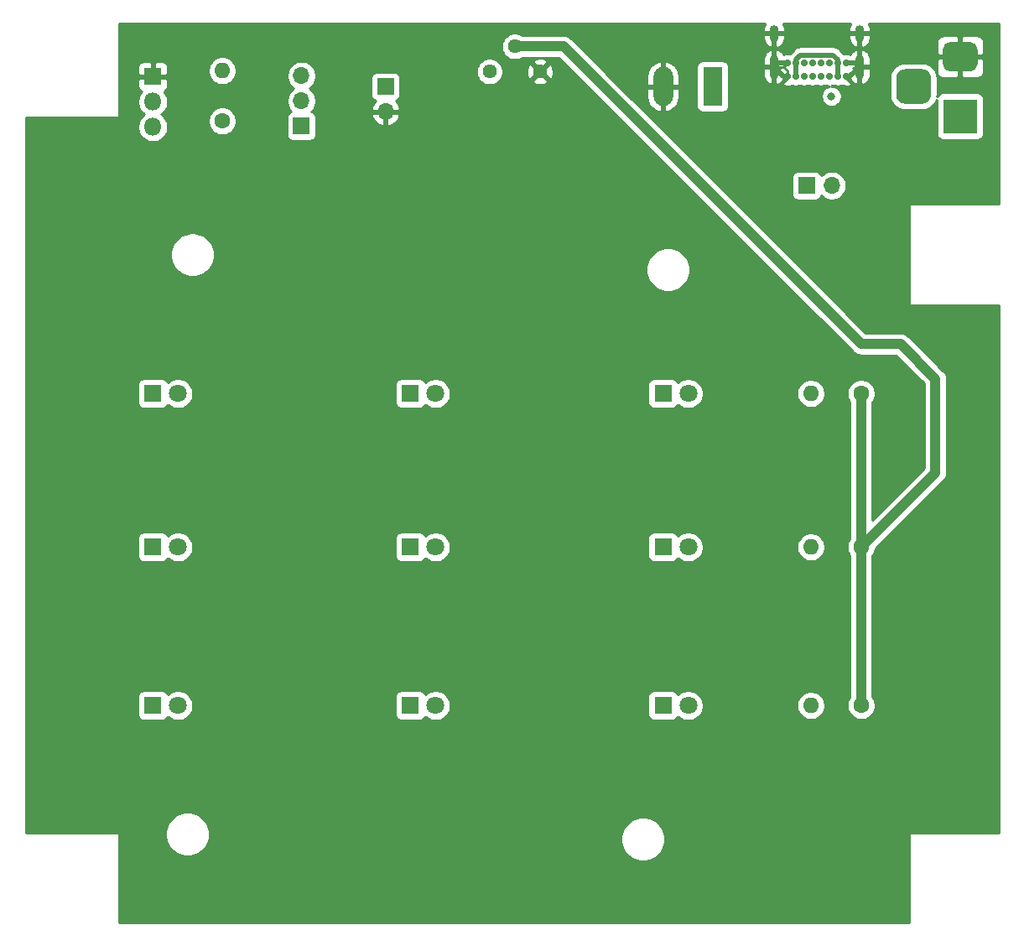
<source format=gbr>
%TF.GenerationSoftware,KiCad,Pcbnew,5.1.6-c6e7f7d~87~ubuntu20.04.1*%
%TF.CreationDate,2020-08-06T11:27:34+01:00*%
%TF.ProjectId,led_matrix,6c65645f-6d61-4747-9269-782e6b696361,rev?*%
%TF.SameCoordinates,Original*%
%TF.FileFunction,Copper,L2,Bot*%
%TF.FilePolarity,Positive*%
%FSLAX46Y46*%
G04 Gerber Fmt 4.6, Leading zero omitted, Abs format (unit mm)*
G04 Created by KiCad (PCBNEW 5.1.6-c6e7f7d~87~ubuntu20.04.1) date 2020-08-06 11:27:34*
%MOMM*%
%LPD*%
G01*
G04 APERTURE LIST*
%TA.AperFunction,ComponentPad*%
%ADD10R,1.800000X1.800000*%
%TD*%
%TA.AperFunction,ComponentPad*%
%ADD11C,1.800000*%
%TD*%
%TA.AperFunction,ComponentPad*%
%ADD12C,0.700000*%
%TD*%
%TA.AperFunction,ComponentPad*%
%ADD13O,0.900000X2.400000*%
%TD*%
%TA.AperFunction,ComponentPad*%
%ADD14O,0.900000X1.700000*%
%TD*%
%TA.AperFunction,ComponentPad*%
%ADD15R,1.980000X3.960000*%
%TD*%
%TA.AperFunction,ComponentPad*%
%ADD16O,1.980000X3.960000*%
%TD*%
%TA.AperFunction,ComponentPad*%
%ADD17R,1.700000X1.700000*%
%TD*%
%TA.AperFunction,ComponentPad*%
%ADD18O,1.700000X1.700000*%
%TD*%
%TA.AperFunction,ComponentPad*%
%ADD19R,3.500000X3.500000*%
%TD*%
%TA.AperFunction,ComponentPad*%
%ADD20O,1.800000X1.800000*%
%TD*%
%TA.AperFunction,ComponentPad*%
%ADD21C,1.600000*%
%TD*%
%TA.AperFunction,ComponentPad*%
%ADD22O,1.600000X1.600000*%
%TD*%
%TA.AperFunction,ComponentPad*%
%ADD23C,1.440000*%
%TD*%
%TA.AperFunction,ViaPad*%
%ADD24C,0.800000*%
%TD*%
%TA.AperFunction,Conductor*%
%ADD25C,0.250000*%
%TD*%
%TA.AperFunction,Conductor*%
%ADD26C,0.500000*%
%TD*%
%TA.AperFunction,Conductor*%
%ADD27C,1.000000*%
%TD*%
%TA.AperFunction,Conductor*%
%ADD28C,0.254000*%
%TD*%
G04 APERTURE END LIST*
D10*
%TO.P,D1,1*%
%TO.N,Net-(D1-Pad1)*%
X160000000Y-129500000D03*
D11*
%TO.P,D1,2*%
%TO.N,Net-(D1-Pad2)*%
X162540000Y-129500000D03*
%TD*%
D10*
%TO.P,D2,1*%
%TO.N,Net-(D2-Pad1)*%
X160000000Y-113500000D03*
D11*
%TO.P,D2,2*%
%TO.N,Net-(D2-Pad2)*%
X162540000Y-113500000D03*
%TD*%
D10*
%TO.P,D3,1*%
%TO.N,Net-(D3-Pad1)*%
X160000000Y-98000000D03*
D11*
%TO.P,D3,2*%
%TO.N,Net-(D3-Pad2)*%
X162540000Y-98000000D03*
%TD*%
%TO.P,D4,2*%
%TO.N,Net-(D1-Pad1)*%
X137040000Y-129500000D03*
D10*
%TO.P,D4,1*%
%TO.N,Net-(D4-Pad1)*%
X134500000Y-129500000D03*
%TD*%
D11*
%TO.P,D5,2*%
%TO.N,Net-(D2-Pad1)*%
X137040000Y-113500000D03*
D10*
%TO.P,D5,1*%
%TO.N,Net-(D5-Pad1)*%
X134500000Y-113500000D03*
%TD*%
D11*
%TO.P,D6,2*%
%TO.N,Net-(D3-Pad1)*%
X137040000Y-98000000D03*
D10*
%TO.P,D6,1*%
%TO.N,Net-(D6-Pad1)*%
X134500000Y-98000000D03*
%TD*%
D11*
%TO.P,D7,2*%
%TO.N,Net-(D4-Pad1)*%
X111040000Y-129500000D03*
D10*
%TO.P,D7,1*%
%TO.N,Net-(D7-Pad1)*%
X108500000Y-129500000D03*
%TD*%
%TO.P,D8,1*%
%TO.N,Net-(D7-Pad1)*%
X108500000Y-113500000D03*
D11*
%TO.P,D8,2*%
%TO.N,Net-(D5-Pad1)*%
X111040000Y-113500000D03*
%TD*%
D10*
%TO.P,D9,1*%
%TO.N,Net-(D7-Pad1)*%
X108500000Y-98000000D03*
D11*
%TO.P,D9,2*%
%TO.N,Net-(D6-Pad1)*%
X111040000Y-98000000D03*
%TD*%
D12*
%TO.P,J1,A1*%
%TO.N,GND*%
X178500000Y-66000000D03*
%TO.P,J1,A4*%
%TO.N,Net-(J1-PadA4)*%
X177650000Y-66000000D03*
%TO.P,J1,A5*%
%TO.N,+5V*%
X176800000Y-66000000D03*
%TO.P,J1,A6*%
%TO.N,Net-(J1-PadA6)*%
X175950000Y-66000000D03*
%TO.P,J1,A7*%
%TO.N,Net-(J1-PadA7)*%
X175100000Y-66000000D03*
%TO.P,J1,A8*%
%TO.N,Net-(J1-PadA8)*%
X174250000Y-66000000D03*
%TO.P,J1,A9*%
%TO.N,Net-(J1-PadA4)*%
X173400000Y-66000000D03*
%TO.P,J1,A12*%
%TO.N,GND*%
X172550000Y-66000000D03*
%TO.P,J1,B9*%
%TO.N,Net-(J1-PadA4)*%
X177650000Y-64650000D03*
%TO.P,J1,B7*%
%TO.N,Net-(J1-PadB7)*%
X175950000Y-64650000D03*
%TO.P,J1,B8*%
%TO.N,Net-(J1-PadB8)*%
X176800000Y-64650000D03*
%TO.P,J1,B12*%
%TO.N,GND*%
X178500000Y-64650000D03*
%TO.P,J1,B5*%
%TO.N,Net-(J1-PadB5)*%
X174250000Y-64650000D03*
%TO.P,J1,B4*%
%TO.N,Net-(J1-PadA4)*%
X173400000Y-64650000D03*
%TO.P,J1,B1*%
%TO.N,GND*%
X172550000Y-64650000D03*
%TO.P,J1,B6*%
%TO.N,Net-(J1-PadB6)*%
X175100000Y-64650000D03*
D13*
%TO.P,J1,S1*%
%TO.N,GND*%
X179850000Y-65020000D03*
X171200000Y-65020000D03*
D14*
X179850000Y-61640000D03*
X171200000Y-61640000D03*
%TD*%
D15*
%TO.P,J2,1*%
%TO.N,+5V*%
X165000000Y-67000000D03*
D16*
%TO.P,J2,2*%
%TO.N,GND*%
X160000000Y-67000000D03*
%TD*%
D17*
%TO.P,J3,1*%
%TO.N,Net-(J3-Pad1)*%
X132000000Y-67000000D03*
D18*
%TO.P,J3,2*%
%TO.N,GND*%
X132000000Y-69540000D03*
%TD*%
D19*
%TO.P,J4,1*%
%TO.N,+5V*%
X190000000Y-70000000D03*
%TO.P,J4,2*%
%TO.N,GND*%
%TA.AperFunction,ComponentPad*%
G36*
G01*
X189000000Y-62500000D02*
X191000000Y-62500000D01*
G75*
G02*
X191750000Y-63250000I0J-750000D01*
G01*
X191750000Y-64750000D01*
G75*
G02*
X191000000Y-65500000I-750000J0D01*
G01*
X189000000Y-65500000D01*
G75*
G02*
X188250000Y-64750000I0J750000D01*
G01*
X188250000Y-63250000D01*
G75*
G02*
X189000000Y-62500000I750000J0D01*
G01*
G37*
%TD.AperFunction*%
%TO.P,J4,3*%
%TO.N,N/C*%
%TA.AperFunction,ComponentPad*%
G36*
G01*
X184425000Y-65250000D02*
X186175000Y-65250000D01*
G75*
G02*
X187050000Y-66125000I0J-875000D01*
G01*
X187050000Y-67875000D01*
G75*
G02*
X186175000Y-68750000I-875000J0D01*
G01*
X184425000Y-68750000D01*
G75*
G02*
X183550000Y-67875000I0J875000D01*
G01*
X183550000Y-66125000D01*
G75*
G02*
X184425000Y-65250000I875000J0D01*
G01*
G37*
%TD.AperFunction*%
%TD*%
D17*
%TO.P,JP1,1*%
%TO.N,Net-(J3-Pad1)*%
X123500000Y-71000000D03*
D18*
%TO.P,JP1,2*%
%TO.N,control_signal*%
X123500000Y-68460000D03*
%TO.P,JP1,3*%
%TO.N,+5V*%
X123500000Y-65920000D03*
%TD*%
D10*
%TO.P,Q1,1*%
%TO.N,GND*%
X108500000Y-66000000D03*
D20*
%TO.P,Q1,2*%
%TO.N,Net-(D7-Pad1)*%
X108500000Y-68540000D03*
%TO.P,Q1,3*%
%TO.N,Net-(Q1-Pad3)*%
X108500000Y-71080000D03*
%TD*%
D21*
%TO.P,R1,1*%
%TO.N,Net-(R1-Pad1)*%
X180000000Y-129500000D03*
D22*
%TO.P,R1,2*%
%TO.N,Net-(D1-Pad2)*%
X174920000Y-129500000D03*
%TD*%
%TO.P,R2,2*%
%TO.N,Net-(D2-Pad2)*%
X174920000Y-113500000D03*
D21*
%TO.P,R2,1*%
%TO.N,Net-(R1-Pad1)*%
X180000000Y-113500000D03*
%TD*%
%TO.P,R3,1*%
%TO.N,Net-(R1-Pad1)*%
X180000000Y-98000000D03*
D22*
%TO.P,R3,2*%
%TO.N,Net-(D3-Pad2)*%
X174920000Y-98000000D03*
%TD*%
%TO.P,R4,2*%
%TO.N,control_signal*%
X115500000Y-65420000D03*
D21*
%TO.P,R4,1*%
%TO.N,Net-(Q1-Pad3)*%
X115500000Y-70500000D03*
%TD*%
D18*
%TO.P,SW1,2*%
%TO.N,+5V*%
X177040000Y-77000000D03*
D17*
%TO.P,SW1,1*%
%TO.N,Net-(RV1-Pad1)*%
X174500000Y-77000000D03*
%TD*%
D23*
%TO.P,RV1,3*%
%TO.N,GND*%
X147580000Y-65500000D03*
%TO.P,RV1,2*%
%TO.N,Net-(R1-Pad1)*%
X145040000Y-62960000D03*
%TO.P,RV1,1*%
%TO.N,Net-(RV1-Pad1)*%
X142500000Y-65500000D03*
%TD*%
D24*
%TO.N,+5V*%
X177000000Y-68000000D03*
%TD*%
D25*
%TO.N,GND*%
X172180000Y-65020000D02*
X172550000Y-64650000D01*
X171200000Y-65020000D02*
X172180000Y-65020000D01*
X172550000Y-65390000D02*
X172180000Y-65020000D01*
X172550000Y-66000000D02*
X172550000Y-65390000D01*
D26*
X178870000Y-66000000D02*
X179850000Y-65020000D01*
X178500000Y-66000000D02*
X178870000Y-66000000D01*
X179480000Y-64650000D02*
X179850000Y-65020000D01*
X178500000Y-64650000D02*
X179480000Y-64650000D01*
X171570000Y-64650000D02*
X171200000Y-65020000D01*
X172550000Y-64650000D02*
X171570000Y-64650000D01*
X172180000Y-66000000D02*
X171200000Y-65020000D01*
X172550000Y-66000000D02*
X172180000Y-66000000D01*
%TO.N,Net-(J1-PadA4)*%
X173400000Y-64650000D02*
X173400000Y-66000000D01*
X177650000Y-64650000D02*
X177650000Y-66000000D01*
X177650000Y-64315998D02*
X177650000Y-64650000D01*
X177184001Y-63849999D02*
X177650000Y-64315998D01*
X173865999Y-63849999D02*
X177184001Y-63849999D01*
X173400000Y-64315998D02*
X173865999Y-63849999D01*
X173400000Y-64650000D02*
X173400000Y-64315998D01*
D27*
%TO.N,Net-(R1-Pad1)*%
X145040000Y-62960000D02*
X149960000Y-62960000D01*
X149960000Y-62960000D02*
X180000000Y-93000000D01*
X180000000Y-98000000D02*
X180000000Y-113500000D01*
X180000000Y-113500000D02*
X180000000Y-129500000D01*
X180000000Y-93000000D02*
X184000000Y-93000000D01*
X184000000Y-93000000D02*
X187500000Y-96500000D01*
X187500000Y-106000000D02*
X180000000Y-113500000D01*
X187500000Y-96500000D02*
X187500000Y-106000000D01*
%TD*%
D28*
%TO.N,GND*%
G36*
X170246191Y-60707455D02*
G01*
X170160624Y-60903767D01*
X170115000Y-61113000D01*
X170115000Y-61513000D01*
X171073000Y-61513000D01*
X171073000Y-61493000D01*
X171327000Y-61493000D01*
X171327000Y-61513000D01*
X172285000Y-61513000D01*
X172285000Y-61113000D01*
X172239376Y-60903767D01*
X172153809Y-60707455D01*
X172120825Y-60660000D01*
X178929175Y-60660000D01*
X178896191Y-60707455D01*
X178810624Y-60903767D01*
X178765000Y-61113000D01*
X178765000Y-61513000D01*
X179723000Y-61513000D01*
X179723000Y-61493000D01*
X179977000Y-61493000D01*
X179977000Y-61513000D01*
X180935000Y-61513000D01*
X180935000Y-61113000D01*
X180889376Y-60903767D01*
X180803809Y-60707455D01*
X180770825Y-60660000D01*
X193873000Y-60660000D01*
X193873000Y-78873000D01*
X185000000Y-78873000D01*
X184975224Y-78875440D01*
X184951399Y-78882667D01*
X184929443Y-78894403D01*
X184910197Y-78910197D01*
X184894403Y-78929443D01*
X184882667Y-78951399D01*
X184875440Y-78975224D01*
X184873000Y-79000000D01*
X184873000Y-89000000D01*
X184875440Y-89024776D01*
X184882667Y-89048601D01*
X184894403Y-89070557D01*
X184910197Y-89089803D01*
X184929443Y-89105597D01*
X184951399Y-89117333D01*
X184975224Y-89124560D01*
X185000000Y-89127000D01*
X193873000Y-89127000D01*
X193873000Y-142373000D01*
X185000000Y-142373000D01*
X184975224Y-142375440D01*
X184951399Y-142382667D01*
X184929443Y-142394403D01*
X184910197Y-142410197D01*
X184894403Y-142429443D01*
X184882667Y-142451399D01*
X184875440Y-142475224D01*
X184873000Y-142500000D01*
X184873000Y-151373000D01*
X105127000Y-151373000D01*
X105127000Y-142500000D01*
X105124560Y-142475224D01*
X105117333Y-142451399D01*
X105105597Y-142429443D01*
X105089803Y-142410197D01*
X105070557Y-142394403D01*
X105048601Y-142382667D01*
X105024776Y-142375440D01*
X105000000Y-142373000D01*
X95660000Y-142373000D01*
X95660000Y-142279872D01*
X109765000Y-142279872D01*
X109765000Y-142720128D01*
X109850890Y-143151925D01*
X110019369Y-143558669D01*
X110263962Y-143924729D01*
X110575271Y-144236038D01*
X110941331Y-144480631D01*
X111348075Y-144649110D01*
X111779872Y-144735000D01*
X112220128Y-144735000D01*
X112651925Y-144649110D01*
X113058669Y-144480631D01*
X113424729Y-144236038D01*
X113736038Y-143924729D01*
X113980631Y-143558669D01*
X114149110Y-143151925D01*
X114223116Y-142779872D01*
X155765000Y-142779872D01*
X155765000Y-143220128D01*
X155850890Y-143651925D01*
X156019369Y-144058669D01*
X156263962Y-144424729D01*
X156575271Y-144736038D01*
X156941331Y-144980631D01*
X157348075Y-145149110D01*
X157779872Y-145235000D01*
X158220128Y-145235000D01*
X158651925Y-145149110D01*
X159058669Y-144980631D01*
X159424729Y-144736038D01*
X159736038Y-144424729D01*
X159980631Y-144058669D01*
X160149110Y-143651925D01*
X160235000Y-143220128D01*
X160235000Y-142779872D01*
X160149110Y-142348075D01*
X159980631Y-141941331D01*
X159736038Y-141575271D01*
X159424729Y-141263962D01*
X159058669Y-141019369D01*
X158651925Y-140850890D01*
X158220128Y-140765000D01*
X157779872Y-140765000D01*
X157348075Y-140850890D01*
X156941331Y-141019369D01*
X156575271Y-141263962D01*
X156263962Y-141575271D01*
X156019369Y-141941331D01*
X155850890Y-142348075D01*
X155765000Y-142779872D01*
X114223116Y-142779872D01*
X114235000Y-142720128D01*
X114235000Y-142279872D01*
X114149110Y-141848075D01*
X113980631Y-141441331D01*
X113736038Y-141075271D01*
X113424729Y-140763962D01*
X113058669Y-140519369D01*
X112651925Y-140350890D01*
X112220128Y-140265000D01*
X111779872Y-140265000D01*
X111348075Y-140350890D01*
X110941331Y-140519369D01*
X110575271Y-140763962D01*
X110263962Y-141075271D01*
X110019369Y-141441331D01*
X109850890Y-141848075D01*
X109765000Y-142279872D01*
X95660000Y-142279872D01*
X95660000Y-128600000D01*
X106961928Y-128600000D01*
X106961928Y-130400000D01*
X106974188Y-130524482D01*
X107010498Y-130644180D01*
X107069463Y-130754494D01*
X107148815Y-130851185D01*
X107245506Y-130930537D01*
X107355820Y-130989502D01*
X107475518Y-131025812D01*
X107600000Y-131038072D01*
X109400000Y-131038072D01*
X109524482Y-131025812D01*
X109644180Y-130989502D01*
X109754494Y-130930537D01*
X109851185Y-130851185D01*
X109930537Y-130754494D01*
X109989502Y-130644180D01*
X109995056Y-130625873D01*
X110061495Y-130692312D01*
X110312905Y-130860299D01*
X110592257Y-130976011D01*
X110888816Y-131035000D01*
X111191184Y-131035000D01*
X111487743Y-130976011D01*
X111767095Y-130860299D01*
X112018505Y-130692312D01*
X112232312Y-130478505D01*
X112400299Y-130227095D01*
X112516011Y-129947743D01*
X112575000Y-129651184D01*
X112575000Y-129348816D01*
X112516011Y-129052257D01*
X112400299Y-128772905D01*
X112284768Y-128600000D01*
X132961928Y-128600000D01*
X132961928Y-130400000D01*
X132974188Y-130524482D01*
X133010498Y-130644180D01*
X133069463Y-130754494D01*
X133148815Y-130851185D01*
X133245506Y-130930537D01*
X133355820Y-130989502D01*
X133475518Y-131025812D01*
X133600000Y-131038072D01*
X135400000Y-131038072D01*
X135524482Y-131025812D01*
X135644180Y-130989502D01*
X135754494Y-130930537D01*
X135851185Y-130851185D01*
X135930537Y-130754494D01*
X135989502Y-130644180D01*
X135995056Y-130625873D01*
X136061495Y-130692312D01*
X136312905Y-130860299D01*
X136592257Y-130976011D01*
X136888816Y-131035000D01*
X137191184Y-131035000D01*
X137487743Y-130976011D01*
X137767095Y-130860299D01*
X138018505Y-130692312D01*
X138232312Y-130478505D01*
X138400299Y-130227095D01*
X138516011Y-129947743D01*
X138575000Y-129651184D01*
X138575000Y-129348816D01*
X138516011Y-129052257D01*
X138400299Y-128772905D01*
X138284768Y-128600000D01*
X158461928Y-128600000D01*
X158461928Y-130400000D01*
X158474188Y-130524482D01*
X158510498Y-130644180D01*
X158569463Y-130754494D01*
X158648815Y-130851185D01*
X158745506Y-130930537D01*
X158855820Y-130989502D01*
X158975518Y-131025812D01*
X159100000Y-131038072D01*
X160900000Y-131038072D01*
X161024482Y-131025812D01*
X161144180Y-130989502D01*
X161254494Y-130930537D01*
X161351185Y-130851185D01*
X161430537Y-130754494D01*
X161489502Y-130644180D01*
X161495056Y-130625873D01*
X161561495Y-130692312D01*
X161812905Y-130860299D01*
X162092257Y-130976011D01*
X162388816Y-131035000D01*
X162691184Y-131035000D01*
X162987743Y-130976011D01*
X163267095Y-130860299D01*
X163518505Y-130692312D01*
X163732312Y-130478505D01*
X163900299Y-130227095D01*
X164016011Y-129947743D01*
X164075000Y-129651184D01*
X164075000Y-129358665D01*
X173485000Y-129358665D01*
X173485000Y-129641335D01*
X173540147Y-129918574D01*
X173648320Y-130179727D01*
X173805363Y-130414759D01*
X174005241Y-130614637D01*
X174240273Y-130771680D01*
X174501426Y-130879853D01*
X174778665Y-130935000D01*
X175061335Y-130935000D01*
X175338574Y-130879853D01*
X175599727Y-130771680D01*
X175834759Y-130614637D01*
X176034637Y-130414759D01*
X176191680Y-130179727D01*
X176299853Y-129918574D01*
X176355000Y-129641335D01*
X176355000Y-129358665D01*
X176299853Y-129081426D01*
X176191680Y-128820273D01*
X176034637Y-128585241D01*
X175834759Y-128385363D01*
X175599727Y-128228320D01*
X175338574Y-128120147D01*
X175061335Y-128065000D01*
X174778665Y-128065000D01*
X174501426Y-128120147D01*
X174240273Y-128228320D01*
X174005241Y-128385363D01*
X173805363Y-128585241D01*
X173648320Y-128820273D01*
X173540147Y-129081426D01*
X173485000Y-129358665D01*
X164075000Y-129358665D01*
X164075000Y-129348816D01*
X164016011Y-129052257D01*
X163900299Y-128772905D01*
X163732312Y-128521495D01*
X163518505Y-128307688D01*
X163267095Y-128139701D01*
X162987743Y-128023989D01*
X162691184Y-127965000D01*
X162388816Y-127965000D01*
X162092257Y-128023989D01*
X161812905Y-128139701D01*
X161561495Y-128307688D01*
X161495056Y-128374127D01*
X161489502Y-128355820D01*
X161430537Y-128245506D01*
X161351185Y-128148815D01*
X161254494Y-128069463D01*
X161144180Y-128010498D01*
X161024482Y-127974188D01*
X160900000Y-127961928D01*
X159100000Y-127961928D01*
X158975518Y-127974188D01*
X158855820Y-128010498D01*
X158745506Y-128069463D01*
X158648815Y-128148815D01*
X158569463Y-128245506D01*
X158510498Y-128355820D01*
X158474188Y-128475518D01*
X158461928Y-128600000D01*
X138284768Y-128600000D01*
X138232312Y-128521495D01*
X138018505Y-128307688D01*
X137767095Y-128139701D01*
X137487743Y-128023989D01*
X137191184Y-127965000D01*
X136888816Y-127965000D01*
X136592257Y-128023989D01*
X136312905Y-128139701D01*
X136061495Y-128307688D01*
X135995056Y-128374127D01*
X135989502Y-128355820D01*
X135930537Y-128245506D01*
X135851185Y-128148815D01*
X135754494Y-128069463D01*
X135644180Y-128010498D01*
X135524482Y-127974188D01*
X135400000Y-127961928D01*
X133600000Y-127961928D01*
X133475518Y-127974188D01*
X133355820Y-128010498D01*
X133245506Y-128069463D01*
X133148815Y-128148815D01*
X133069463Y-128245506D01*
X133010498Y-128355820D01*
X132974188Y-128475518D01*
X132961928Y-128600000D01*
X112284768Y-128600000D01*
X112232312Y-128521495D01*
X112018505Y-128307688D01*
X111767095Y-128139701D01*
X111487743Y-128023989D01*
X111191184Y-127965000D01*
X110888816Y-127965000D01*
X110592257Y-128023989D01*
X110312905Y-128139701D01*
X110061495Y-128307688D01*
X109995056Y-128374127D01*
X109989502Y-128355820D01*
X109930537Y-128245506D01*
X109851185Y-128148815D01*
X109754494Y-128069463D01*
X109644180Y-128010498D01*
X109524482Y-127974188D01*
X109400000Y-127961928D01*
X107600000Y-127961928D01*
X107475518Y-127974188D01*
X107355820Y-128010498D01*
X107245506Y-128069463D01*
X107148815Y-128148815D01*
X107069463Y-128245506D01*
X107010498Y-128355820D01*
X106974188Y-128475518D01*
X106961928Y-128600000D01*
X95660000Y-128600000D01*
X95660000Y-112600000D01*
X106961928Y-112600000D01*
X106961928Y-114400000D01*
X106974188Y-114524482D01*
X107010498Y-114644180D01*
X107069463Y-114754494D01*
X107148815Y-114851185D01*
X107245506Y-114930537D01*
X107355820Y-114989502D01*
X107475518Y-115025812D01*
X107600000Y-115038072D01*
X109400000Y-115038072D01*
X109524482Y-115025812D01*
X109644180Y-114989502D01*
X109754494Y-114930537D01*
X109851185Y-114851185D01*
X109930537Y-114754494D01*
X109989502Y-114644180D01*
X109995056Y-114625873D01*
X110061495Y-114692312D01*
X110312905Y-114860299D01*
X110592257Y-114976011D01*
X110888816Y-115035000D01*
X111191184Y-115035000D01*
X111487743Y-114976011D01*
X111767095Y-114860299D01*
X112018505Y-114692312D01*
X112232312Y-114478505D01*
X112400299Y-114227095D01*
X112516011Y-113947743D01*
X112575000Y-113651184D01*
X112575000Y-113348816D01*
X112516011Y-113052257D01*
X112400299Y-112772905D01*
X112284768Y-112600000D01*
X132961928Y-112600000D01*
X132961928Y-114400000D01*
X132974188Y-114524482D01*
X133010498Y-114644180D01*
X133069463Y-114754494D01*
X133148815Y-114851185D01*
X133245506Y-114930537D01*
X133355820Y-114989502D01*
X133475518Y-115025812D01*
X133600000Y-115038072D01*
X135400000Y-115038072D01*
X135524482Y-115025812D01*
X135644180Y-114989502D01*
X135754494Y-114930537D01*
X135851185Y-114851185D01*
X135930537Y-114754494D01*
X135989502Y-114644180D01*
X135995056Y-114625873D01*
X136061495Y-114692312D01*
X136312905Y-114860299D01*
X136592257Y-114976011D01*
X136888816Y-115035000D01*
X137191184Y-115035000D01*
X137487743Y-114976011D01*
X137767095Y-114860299D01*
X138018505Y-114692312D01*
X138232312Y-114478505D01*
X138400299Y-114227095D01*
X138516011Y-113947743D01*
X138575000Y-113651184D01*
X138575000Y-113348816D01*
X138516011Y-113052257D01*
X138400299Y-112772905D01*
X138284768Y-112600000D01*
X158461928Y-112600000D01*
X158461928Y-114400000D01*
X158474188Y-114524482D01*
X158510498Y-114644180D01*
X158569463Y-114754494D01*
X158648815Y-114851185D01*
X158745506Y-114930537D01*
X158855820Y-114989502D01*
X158975518Y-115025812D01*
X159100000Y-115038072D01*
X160900000Y-115038072D01*
X161024482Y-115025812D01*
X161144180Y-114989502D01*
X161254494Y-114930537D01*
X161351185Y-114851185D01*
X161430537Y-114754494D01*
X161489502Y-114644180D01*
X161495056Y-114625873D01*
X161561495Y-114692312D01*
X161812905Y-114860299D01*
X162092257Y-114976011D01*
X162388816Y-115035000D01*
X162691184Y-115035000D01*
X162987743Y-114976011D01*
X163267095Y-114860299D01*
X163518505Y-114692312D01*
X163732312Y-114478505D01*
X163900299Y-114227095D01*
X164016011Y-113947743D01*
X164075000Y-113651184D01*
X164075000Y-113358665D01*
X173485000Y-113358665D01*
X173485000Y-113641335D01*
X173540147Y-113918574D01*
X173648320Y-114179727D01*
X173805363Y-114414759D01*
X174005241Y-114614637D01*
X174240273Y-114771680D01*
X174501426Y-114879853D01*
X174778665Y-114935000D01*
X175061335Y-114935000D01*
X175338574Y-114879853D01*
X175599727Y-114771680D01*
X175834759Y-114614637D01*
X176034637Y-114414759D01*
X176191680Y-114179727D01*
X176299853Y-113918574D01*
X176355000Y-113641335D01*
X176355000Y-113358665D01*
X176299853Y-113081426D01*
X176191680Y-112820273D01*
X176034637Y-112585241D01*
X175834759Y-112385363D01*
X175599727Y-112228320D01*
X175338574Y-112120147D01*
X175061335Y-112065000D01*
X174778665Y-112065000D01*
X174501426Y-112120147D01*
X174240273Y-112228320D01*
X174005241Y-112385363D01*
X173805363Y-112585241D01*
X173648320Y-112820273D01*
X173540147Y-113081426D01*
X173485000Y-113358665D01*
X164075000Y-113358665D01*
X164075000Y-113348816D01*
X164016011Y-113052257D01*
X163900299Y-112772905D01*
X163732312Y-112521495D01*
X163518505Y-112307688D01*
X163267095Y-112139701D01*
X162987743Y-112023989D01*
X162691184Y-111965000D01*
X162388816Y-111965000D01*
X162092257Y-112023989D01*
X161812905Y-112139701D01*
X161561495Y-112307688D01*
X161495056Y-112374127D01*
X161489502Y-112355820D01*
X161430537Y-112245506D01*
X161351185Y-112148815D01*
X161254494Y-112069463D01*
X161144180Y-112010498D01*
X161024482Y-111974188D01*
X160900000Y-111961928D01*
X159100000Y-111961928D01*
X158975518Y-111974188D01*
X158855820Y-112010498D01*
X158745506Y-112069463D01*
X158648815Y-112148815D01*
X158569463Y-112245506D01*
X158510498Y-112355820D01*
X158474188Y-112475518D01*
X158461928Y-112600000D01*
X138284768Y-112600000D01*
X138232312Y-112521495D01*
X138018505Y-112307688D01*
X137767095Y-112139701D01*
X137487743Y-112023989D01*
X137191184Y-111965000D01*
X136888816Y-111965000D01*
X136592257Y-112023989D01*
X136312905Y-112139701D01*
X136061495Y-112307688D01*
X135995056Y-112374127D01*
X135989502Y-112355820D01*
X135930537Y-112245506D01*
X135851185Y-112148815D01*
X135754494Y-112069463D01*
X135644180Y-112010498D01*
X135524482Y-111974188D01*
X135400000Y-111961928D01*
X133600000Y-111961928D01*
X133475518Y-111974188D01*
X133355820Y-112010498D01*
X133245506Y-112069463D01*
X133148815Y-112148815D01*
X133069463Y-112245506D01*
X133010498Y-112355820D01*
X132974188Y-112475518D01*
X132961928Y-112600000D01*
X112284768Y-112600000D01*
X112232312Y-112521495D01*
X112018505Y-112307688D01*
X111767095Y-112139701D01*
X111487743Y-112023989D01*
X111191184Y-111965000D01*
X110888816Y-111965000D01*
X110592257Y-112023989D01*
X110312905Y-112139701D01*
X110061495Y-112307688D01*
X109995056Y-112374127D01*
X109989502Y-112355820D01*
X109930537Y-112245506D01*
X109851185Y-112148815D01*
X109754494Y-112069463D01*
X109644180Y-112010498D01*
X109524482Y-111974188D01*
X109400000Y-111961928D01*
X107600000Y-111961928D01*
X107475518Y-111974188D01*
X107355820Y-112010498D01*
X107245506Y-112069463D01*
X107148815Y-112148815D01*
X107069463Y-112245506D01*
X107010498Y-112355820D01*
X106974188Y-112475518D01*
X106961928Y-112600000D01*
X95660000Y-112600000D01*
X95660000Y-97100000D01*
X106961928Y-97100000D01*
X106961928Y-98900000D01*
X106974188Y-99024482D01*
X107010498Y-99144180D01*
X107069463Y-99254494D01*
X107148815Y-99351185D01*
X107245506Y-99430537D01*
X107355820Y-99489502D01*
X107475518Y-99525812D01*
X107600000Y-99538072D01*
X109400000Y-99538072D01*
X109524482Y-99525812D01*
X109644180Y-99489502D01*
X109754494Y-99430537D01*
X109851185Y-99351185D01*
X109930537Y-99254494D01*
X109989502Y-99144180D01*
X109995056Y-99125873D01*
X110061495Y-99192312D01*
X110312905Y-99360299D01*
X110592257Y-99476011D01*
X110888816Y-99535000D01*
X111191184Y-99535000D01*
X111487743Y-99476011D01*
X111767095Y-99360299D01*
X112018505Y-99192312D01*
X112232312Y-98978505D01*
X112400299Y-98727095D01*
X112516011Y-98447743D01*
X112575000Y-98151184D01*
X112575000Y-97848816D01*
X112516011Y-97552257D01*
X112400299Y-97272905D01*
X112284768Y-97100000D01*
X132961928Y-97100000D01*
X132961928Y-98900000D01*
X132974188Y-99024482D01*
X133010498Y-99144180D01*
X133069463Y-99254494D01*
X133148815Y-99351185D01*
X133245506Y-99430537D01*
X133355820Y-99489502D01*
X133475518Y-99525812D01*
X133600000Y-99538072D01*
X135400000Y-99538072D01*
X135524482Y-99525812D01*
X135644180Y-99489502D01*
X135754494Y-99430537D01*
X135851185Y-99351185D01*
X135930537Y-99254494D01*
X135989502Y-99144180D01*
X135995056Y-99125873D01*
X136061495Y-99192312D01*
X136312905Y-99360299D01*
X136592257Y-99476011D01*
X136888816Y-99535000D01*
X137191184Y-99535000D01*
X137487743Y-99476011D01*
X137767095Y-99360299D01*
X138018505Y-99192312D01*
X138232312Y-98978505D01*
X138400299Y-98727095D01*
X138516011Y-98447743D01*
X138575000Y-98151184D01*
X138575000Y-97848816D01*
X138516011Y-97552257D01*
X138400299Y-97272905D01*
X138284768Y-97100000D01*
X158461928Y-97100000D01*
X158461928Y-98900000D01*
X158474188Y-99024482D01*
X158510498Y-99144180D01*
X158569463Y-99254494D01*
X158648815Y-99351185D01*
X158745506Y-99430537D01*
X158855820Y-99489502D01*
X158975518Y-99525812D01*
X159100000Y-99538072D01*
X160900000Y-99538072D01*
X161024482Y-99525812D01*
X161144180Y-99489502D01*
X161254494Y-99430537D01*
X161351185Y-99351185D01*
X161430537Y-99254494D01*
X161489502Y-99144180D01*
X161495056Y-99125873D01*
X161561495Y-99192312D01*
X161812905Y-99360299D01*
X162092257Y-99476011D01*
X162388816Y-99535000D01*
X162691184Y-99535000D01*
X162987743Y-99476011D01*
X163267095Y-99360299D01*
X163518505Y-99192312D01*
X163732312Y-98978505D01*
X163900299Y-98727095D01*
X164016011Y-98447743D01*
X164075000Y-98151184D01*
X164075000Y-97858665D01*
X173485000Y-97858665D01*
X173485000Y-98141335D01*
X173540147Y-98418574D01*
X173648320Y-98679727D01*
X173805363Y-98914759D01*
X174005241Y-99114637D01*
X174240273Y-99271680D01*
X174501426Y-99379853D01*
X174778665Y-99435000D01*
X175061335Y-99435000D01*
X175338574Y-99379853D01*
X175599727Y-99271680D01*
X175834759Y-99114637D01*
X176034637Y-98914759D01*
X176191680Y-98679727D01*
X176299853Y-98418574D01*
X176355000Y-98141335D01*
X176355000Y-97858665D01*
X176299853Y-97581426D01*
X176191680Y-97320273D01*
X176034637Y-97085241D01*
X175834759Y-96885363D01*
X175599727Y-96728320D01*
X175338574Y-96620147D01*
X175061335Y-96565000D01*
X174778665Y-96565000D01*
X174501426Y-96620147D01*
X174240273Y-96728320D01*
X174005241Y-96885363D01*
X173805363Y-97085241D01*
X173648320Y-97320273D01*
X173540147Y-97581426D01*
X173485000Y-97858665D01*
X164075000Y-97858665D01*
X164075000Y-97848816D01*
X164016011Y-97552257D01*
X163900299Y-97272905D01*
X163732312Y-97021495D01*
X163518505Y-96807688D01*
X163267095Y-96639701D01*
X162987743Y-96523989D01*
X162691184Y-96465000D01*
X162388816Y-96465000D01*
X162092257Y-96523989D01*
X161812905Y-96639701D01*
X161561495Y-96807688D01*
X161495056Y-96874127D01*
X161489502Y-96855820D01*
X161430537Y-96745506D01*
X161351185Y-96648815D01*
X161254494Y-96569463D01*
X161144180Y-96510498D01*
X161024482Y-96474188D01*
X160900000Y-96461928D01*
X159100000Y-96461928D01*
X158975518Y-96474188D01*
X158855820Y-96510498D01*
X158745506Y-96569463D01*
X158648815Y-96648815D01*
X158569463Y-96745506D01*
X158510498Y-96855820D01*
X158474188Y-96975518D01*
X158461928Y-97100000D01*
X138284768Y-97100000D01*
X138232312Y-97021495D01*
X138018505Y-96807688D01*
X137767095Y-96639701D01*
X137487743Y-96523989D01*
X137191184Y-96465000D01*
X136888816Y-96465000D01*
X136592257Y-96523989D01*
X136312905Y-96639701D01*
X136061495Y-96807688D01*
X135995056Y-96874127D01*
X135989502Y-96855820D01*
X135930537Y-96745506D01*
X135851185Y-96648815D01*
X135754494Y-96569463D01*
X135644180Y-96510498D01*
X135524482Y-96474188D01*
X135400000Y-96461928D01*
X133600000Y-96461928D01*
X133475518Y-96474188D01*
X133355820Y-96510498D01*
X133245506Y-96569463D01*
X133148815Y-96648815D01*
X133069463Y-96745506D01*
X133010498Y-96855820D01*
X132974188Y-96975518D01*
X132961928Y-97100000D01*
X112284768Y-97100000D01*
X112232312Y-97021495D01*
X112018505Y-96807688D01*
X111767095Y-96639701D01*
X111487743Y-96523989D01*
X111191184Y-96465000D01*
X110888816Y-96465000D01*
X110592257Y-96523989D01*
X110312905Y-96639701D01*
X110061495Y-96807688D01*
X109995056Y-96874127D01*
X109989502Y-96855820D01*
X109930537Y-96745506D01*
X109851185Y-96648815D01*
X109754494Y-96569463D01*
X109644180Y-96510498D01*
X109524482Y-96474188D01*
X109400000Y-96461928D01*
X107600000Y-96461928D01*
X107475518Y-96474188D01*
X107355820Y-96510498D01*
X107245506Y-96569463D01*
X107148815Y-96648815D01*
X107069463Y-96745506D01*
X107010498Y-96855820D01*
X106974188Y-96975518D01*
X106961928Y-97100000D01*
X95660000Y-97100000D01*
X95660000Y-83779872D01*
X110265000Y-83779872D01*
X110265000Y-84220128D01*
X110350890Y-84651925D01*
X110519369Y-85058669D01*
X110763962Y-85424729D01*
X111075271Y-85736038D01*
X111441331Y-85980631D01*
X111848075Y-86149110D01*
X112279872Y-86235000D01*
X112720128Y-86235000D01*
X113151925Y-86149110D01*
X113558669Y-85980631D01*
X113924729Y-85736038D01*
X114236038Y-85424729D01*
X114332828Y-85279872D01*
X158265000Y-85279872D01*
X158265000Y-85720128D01*
X158350890Y-86151925D01*
X158519369Y-86558669D01*
X158763962Y-86924729D01*
X159075271Y-87236038D01*
X159441331Y-87480631D01*
X159848075Y-87649110D01*
X160279872Y-87735000D01*
X160720128Y-87735000D01*
X161151925Y-87649110D01*
X161558669Y-87480631D01*
X161924729Y-87236038D01*
X162236038Y-86924729D01*
X162480631Y-86558669D01*
X162649110Y-86151925D01*
X162735000Y-85720128D01*
X162735000Y-85279872D01*
X162649110Y-84848075D01*
X162480631Y-84441331D01*
X162236038Y-84075271D01*
X161924729Y-83763962D01*
X161558669Y-83519369D01*
X161151925Y-83350890D01*
X160720128Y-83265000D01*
X160279872Y-83265000D01*
X159848075Y-83350890D01*
X159441331Y-83519369D01*
X159075271Y-83763962D01*
X158763962Y-84075271D01*
X158519369Y-84441331D01*
X158350890Y-84848075D01*
X158265000Y-85279872D01*
X114332828Y-85279872D01*
X114480631Y-85058669D01*
X114649110Y-84651925D01*
X114735000Y-84220128D01*
X114735000Y-83779872D01*
X114649110Y-83348075D01*
X114480631Y-82941331D01*
X114236038Y-82575271D01*
X113924729Y-82263962D01*
X113558669Y-82019369D01*
X113151925Y-81850890D01*
X112720128Y-81765000D01*
X112279872Y-81765000D01*
X111848075Y-81850890D01*
X111441331Y-82019369D01*
X111075271Y-82263962D01*
X110763962Y-82575271D01*
X110519369Y-82941331D01*
X110350890Y-83348075D01*
X110265000Y-83779872D01*
X95660000Y-83779872D01*
X95660000Y-70127000D01*
X105000000Y-70127000D01*
X105024776Y-70124560D01*
X105048601Y-70117333D01*
X105070557Y-70105597D01*
X105089803Y-70089803D01*
X105105597Y-70070557D01*
X105117333Y-70048601D01*
X105124560Y-70024776D01*
X105127000Y-70000000D01*
X105127000Y-66900000D01*
X106961928Y-66900000D01*
X106974188Y-67024482D01*
X107010498Y-67144180D01*
X107069463Y-67254494D01*
X107148815Y-67351185D01*
X107245506Y-67430537D01*
X107355820Y-67489502D01*
X107374127Y-67495056D01*
X107307688Y-67561495D01*
X107139701Y-67812905D01*
X107023989Y-68092257D01*
X106965000Y-68388816D01*
X106965000Y-68691184D01*
X107023989Y-68987743D01*
X107139701Y-69267095D01*
X107307688Y-69518505D01*
X107521495Y-69732312D01*
X107637763Y-69810000D01*
X107521495Y-69887688D01*
X107307688Y-70101495D01*
X107139701Y-70352905D01*
X107023989Y-70632257D01*
X106965000Y-70928816D01*
X106965000Y-71231184D01*
X107023989Y-71527743D01*
X107139701Y-71807095D01*
X107307688Y-72058505D01*
X107521495Y-72272312D01*
X107772905Y-72440299D01*
X108052257Y-72556011D01*
X108348816Y-72615000D01*
X108651184Y-72615000D01*
X108947743Y-72556011D01*
X109227095Y-72440299D01*
X109478505Y-72272312D01*
X109692312Y-72058505D01*
X109860299Y-71807095D01*
X109976011Y-71527743D01*
X110035000Y-71231184D01*
X110035000Y-70928816D01*
X109976011Y-70632257D01*
X109862685Y-70358665D01*
X114065000Y-70358665D01*
X114065000Y-70641335D01*
X114120147Y-70918574D01*
X114228320Y-71179727D01*
X114385363Y-71414759D01*
X114585241Y-71614637D01*
X114820273Y-71771680D01*
X115081426Y-71879853D01*
X115358665Y-71935000D01*
X115641335Y-71935000D01*
X115918574Y-71879853D01*
X116179727Y-71771680D01*
X116414759Y-71614637D01*
X116614637Y-71414759D01*
X116771680Y-71179727D01*
X116879853Y-70918574D01*
X116935000Y-70641335D01*
X116935000Y-70358665D01*
X116893494Y-70150000D01*
X122011928Y-70150000D01*
X122011928Y-71850000D01*
X122024188Y-71974482D01*
X122060498Y-72094180D01*
X122119463Y-72204494D01*
X122198815Y-72301185D01*
X122295506Y-72380537D01*
X122405820Y-72439502D01*
X122525518Y-72475812D01*
X122650000Y-72488072D01*
X124350000Y-72488072D01*
X124474482Y-72475812D01*
X124594180Y-72439502D01*
X124704494Y-72380537D01*
X124801185Y-72301185D01*
X124880537Y-72204494D01*
X124939502Y-72094180D01*
X124975812Y-71974482D01*
X124988072Y-71850000D01*
X124988072Y-70150000D01*
X124975812Y-70025518D01*
X124939502Y-69905820D01*
X124934729Y-69896890D01*
X130558524Y-69896890D01*
X130603175Y-70044099D01*
X130728359Y-70306920D01*
X130902412Y-70540269D01*
X131118645Y-70735178D01*
X131368748Y-70884157D01*
X131643109Y-70981481D01*
X131873000Y-70860814D01*
X131873000Y-69667000D01*
X132127000Y-69667000D01*
X132127000Y-70860814D01*
X132356891Y-70981481D01*
X132631252Y-70884157D01*
X132881355Y-70735178D01*
X133097588Y-70540269D01*
X133271641Y-70306920D01*
X133396825Y-70044099D01*
X133441476Y-69896890D01*
X133320155Y-69667000D01*
X132127000Y-69667000D01*
X131873000Y-69667000D01*
X130679845Y-69667000D01*
X130558524Y-69896890D01*
X124934729Y-69896890D01*
X124880537Y-69795506D01*
X124801185Y-69698815D01*
X124704494Y-69619463D01*
X124594180Y-69560498D01*
X124521620Y-69538487D01*
X124653475Y-69406632D01*
X124815990Y-69163411D01*
X124927932Y-68893158D01*
X124985000Y-68606260D01*
X124985000Y-68313740D01*
X124927932Y-68026842D01*
X124815990Y-67756589D01*
X124653475Y-67513368D01*
X124446632Y-67306525D01*
X124272240Y-67190000D01*
X124446632Y-67073475D01*
X124653475Y-66866632D01*
X124815990Y-66623411D01*
X124927932Y-66353158D01*
X124968342Y-66150000D01*
X130511928Y-66150000D01*
X130511928Y-67850000D01*
X130524188Y-67974482D01*
X130560498Y-68094180D01*
X130619463Y-68204494D01*
X130698815Y-68301185D01*
X130795506Y-68380537D01*
X130905820Y-68439502D01*
X130986466Y-68463966D01*
X130902412Y-68539731D01*
X130728359Y-68773080D01*
X130603175Y-69035901D01*
X130558524Y-69183110D01*
X130679845Y-69413000D01*
X131873000Y-69413000D01*
X131873000Y-69393000D01*
X132127000Y-69393000D01*
X132127000Y-69413000D01*
X133320155Y-69413000D01*
X133441476Y-69183110D01*
X133396825Y-69035901D01*
X133271641Y-68773080D01*
X133097588Y-68539731D01*
X133013534Y-68463966D01*
X133094180Y-68439502D01*
X133204494Y-68380537D01*
X133301185Y-68301185D01*
X133380537Y-68204494D01*
X133439502Y-68094180D01*
X133475812Y-67974482D01*
X133488072Y-67850000D01*
X133488072Y-66150000D01*
X133475812Y-66025518D01*
X133439502Y-65905820D01*
X133380537Y-65795506D01*
X133301185Y-65698815D01*
X133204494Y-65619463D01*
X133094180Y-65560498D01*
X132974482Y-65524188D01*
X132850000Y-65511928D01*
X131150000Y-65511928D01*
X131025518Y-65524188D01*
X130905820Y-65560498D01*
X130795506Y-65619463D01*
X130698815Y-65698815D01*
X130619463Y-65795506D01*
X130560498Y-65905820D01*
X130524188Y-66025518D01*
X130511928Y-66150000D01*
X124968342Y-66150000D01*
X124985000Y-66066260D01*
X124985000Y-65773740D01*
X124927932Y-65486842D01*
X124878104Y-65366544D01*
X141145000Y-65366544D01*
X141145000Y-65633456D01*
X141197072Y-65895239D01*
X141299215Y-66141833D01*
X141447503Y-66363762D01*
X141636238Y-66552497D01*
X141858167Y-66700785D01*
X142104761Y-66802928D01*
X142366544Y-66855000D01*
X142633456Y-66855000D01*
X142895239Y-66802928D01*
X143141833Y-66700785D01*
X143363762Y-66552497D01*
X143480699Y-66435560D01*
X146824045Y-66435560D01*
X146885932Y-66671368D01*
X147127790Y-66784266D01*
X147387027Y-66847811D01*
X147653680Y-66859561D01*
X147917501Y-66819063D01*
X148168353Y-66727875D01*
X148274068Y-66671368D01*
X148335955Y-66435560D01*
X147580000Y-65679605D01*
X146824045Y-66435560D01*
X143480699Y-66435560D01*
X143552497Y-66363762D01*
X143700785Y-66141833D01*
X143802928Y-65895239D01*
X143855000Y-65633456D01*
X143855000Y-65573680D01*
X146220439Y-65573680D01*
X146260937Y-65837501D01*
X146352125Y-66088353D01*
X146408632Y-66194068D01*
X146644440Y-66255955D01*
X147400395Y-65500000D01*
X147759605Y-65500000D01*
X148515560Y-66255955D01*
X148751368Y-66194068D01*
X148864266Y-65952210D01*
X148927811Y-65692973D01*
X148939561Y-65426320D01*
X148899063Y-65162499D01*
X148807875Y-64911647D01*
X148751368Y-64805932D01*
X148515560Y-64744045D01*
X147759605Y-65500000D01*
X147400395Y-65500000D01*
X146644440Y-64744045D01*
X146408632Y-64805932D01*
X146295734Y-65047790D01*
X146232189Y-65307027D01*
X146220439Y-65573680D01*
X143855000Y-65573680D01*
X143855000Y-65366544D01*
X143802928Y-65104761D01*
X143700785Y-64858167D01*
X143552497Y-64636238D01*
X143480699Y-64564440D01*
X146824045Y-64564440D01*
X147580000Y-65320395D01*
X148335955Y-64564440D01*
X148274068Y-64328632D01*
X148032210Y-64215734D01*
X147772973Y-64152189D01*
X147506320Y-64140439D01*
X147242499Y-64180937D01*
X146991647Y-64272125D01*
X146885932Y-64328632D01*
X146824045Y-64564440D01*
X143480699Y-64564440D01*
X143363762Y-64447503D01*
X143141833Y-64299215D01*
X142895239Y-64197072D01*
X142633456Y-64145000D01*
X142366544Y-64145000D01*
X142104761Y-64197072D01*
X141858167Y-64299215D01*
X141636238Y-64447503D01*
X141447503Y-64636238D01*
X141299215Y-64858167D01*
X141197072Y-65104761D01*
X141145000Y-65366544D01*
X124878104Y-65366544D01*
X124815990Y-65216589D01*
X124653475Y-64973368D01*
X124446632Y-64766525D01*
X124203411Y-64604010D01*
X123933158Y-64492068D01*
X123646260Y-64435000D01*
X123353740Y-64435000D01*
X123066842Y-64492068D01*
X122796589Y-64604010D01*
X122553368Y-64766525D01*
X122346525Y-64973368D01*
X122184010Y-65216589D01*
X122072068Y-65486842D01*
X122015000Y-65773740D01*
X122015000Y-66066260D01*
X122072068Y-66353158D01*
X122184010Y-66623411D01*
X122346525Y-66866632D01*
X122553368Y-67073475D01*
X122727760Y-67190000D01*
X122553368Y-67306525D01*
X122346525Y-67513368D01*
X122184010Y-67756589D01*
X122072068Y-68026842D01*
X122015000Y-68313740D01*
X122015000Y-68606260D01*
X122072068Y-68893158D01*
X122184010Y-69163411D01*
X122346525Y-69406632D01*
X122478380Y-69538487D01*
X122405820Y-69560498D01*
X122295506Y-69619463D01*
X122198815Y-69698815D01*
X122119463Y-69795506D01*
X122060498Y-69905820D01*
X122024188Y-70025518D01*
X122011928Y-70150000D01*
X116893494Y-70150000D01*
X116879853Y-70081426D01*
X116771680Y-69820273D01*
X116614637Y-69585241D01*
X116414759Y-69385363D01*
X116179727Y-69228320D01*
X115918574Y-69120147D01*
X115641335Y-69065000D01*
X115358665Y-69065000D01*
X115081426Y-69120147D01*
X114820273Y-69228320D01*
X114585241Y-69385363D01*
X114385363Y-69585241D01*
X114228320Y-69820273D01*
X114120147Y-70081426D01*
X114065000Y-70358665D01*
X109862685Y-70358665D01*
X109860299Y-70352905D01*
X109692312Y-70101495D01*
X109478505Y-69887688D01*
X109362237Y-69810000D01*
X109478505Y-69732312D01*
X109692312Y-69518505D01*
X109860299Y-69267095D01*
X109976011Y-68987743D01*
X110035000Y-68691184D01*
X110035000Y-68388816D01*
X109976011Y-68092257D01*
X109860299Y-67812905D01*
X109692312Y-67561495D01*
X109625873Y-67495056D01*
X109644180Y-67489502D01*
X109754494Y-67430537D01*
X109851185Y-67351185D01*
X109930537Y-67254494D01*
X109989502Y-67144180D01*
X110025812Y-67024482D01*
X110038072Y-66900000D01*
X110035000Y-66285750D01*
X109876250Y-66127000D01*
X108627000Y-66127000D01*
X108627000Y-66147000D01*
X108373000Y-66147000D01*
X108373000Y-66127000D01*
X107123750Y-66127000D01*
X106965000Y-66285750D01*
X106961928Y-66900000D01*
X105127000Y-66900000D01*
X105127000Y-65100000D01*
X106961928Y-65100000D01*
X106965000Y-65714250D01*
X107123750Y-65873000D01*
X108373000Y-65873000D01*
X108373000Y-64623750D01*
X108627000Y-64623750D01*
X108627000Y-65873000D01*
X109876250Y-65873000D01*
X110035000Y-65714250D01*
X110037178Y-65278665D01*
X114065000Y-65278665D01*
X114065000Y-65561335D01*
X114120147Y-65838574D01*
X114228320Y-66099727D01*
X114385363Y-66334759D01*
X114585241Y-66534637D01*
X114820273Y-66691680D01*
X115081426Y-66799853D01*
X115358665Y-66855000D01*
X115641335Y-66855000D01*
X115918574Y-66799853D01*
X116179727Y-66691680D01*
X116414759Y-66534637D01*
X116614637Y-66334759D01*
X116771680Y-66099727D01*
X116879853Y-65838574D01*
X116935000Y-65561335D01*
X116935000Y-65278665D01*
X116879853Y-65001426D01*
X116771680Y-64740273D01*
X116614637Y-64505241D01*
X116414759Y-64305363D01*
X116179727Y-64148320D01*
X115918574Y-64040147D01*
X115641335Y-63985000D01*
X115358665Y-63985000D01*
X115081426Y-64040147D01*
X114820273Y-64148320D01*
X114585241Y-64305363D01*
X114385363Y-64505241D01*
X114228320Y-64740273D01*
X114120147Y-65001426D01*
X114065000Y-65278665D01*
X110037178Y-65278665D01*
X110038072Y-65100000D01*
X110025812Y-64975518D01*
X109989502Y-64855820D01*
X109930537Y-64745506D01*
X109851185Y-64648815D01*
X109754494Y-64569463D01*
X109644180Y-64510498D01*
X109524482Y-64474188D01*
X109400000Y-64461928D01*
X108785750Y-64465000D01*
X108627000Y-64623750D01*
X108373000Y-64623750D01*
X108214250Y-64465000D01*
X107600000Y-64461928D01*
X107475518Y-64474188D01*
X107355820Y-64510498D01*
X107245506Y-64569463D01*
X107148815Y-64648815D01*
X107069463Y-64745506D01*
X107010498Y-64855820D01*
X106974188Y-64975518D01*
X106961928Y-65100000D01*
X105127000Y-65100000D01*
X105127000Y-62826544D01*
X143685000Y-62826544D01*
X143685000Y-63093456D01*
X143737072Y-63355239D01*
X143839215Y-63601833D01*
X143987503Y-63823762D01*
X144176238Y-64012497D01*
X144398167Y-64160785D01*
X144644761Y-64262928D01*
X144906544Y-64315000D01*
X145173456Y-64315000D01*
X145435239Y-64262928D01*
X145681833Y-64160785D01*
X145780287Y-64095000D01*
X149489869Y-64095000D01*
X179158009Y-93763141D01*
X179193551Y-93806449D01*
X179366377Y-93948284D01*
X179563553Y-94053676D01*
X179777501Y-94118577D01*
X179944248Y-94135000D01*
X179944257Y-94135000D01*
X179999999Y-94140490D01*
X180055741Y-94135000D01*
X183529869Y-94135000D01*
X186365000Y-96970132D01*
X186365001Y-105529866D01*
X181135000Y-110759868D01*
X181135000Y-98884284D01*
X181271680Y-98679727D01*
X181379853Y-98418574D01*
X181435000Y-98141335D01*
X181435000Y-97858665D01*
X181379853Y-97581426D01*
X181271680Y-97320273D01*
X181114637Y-97085241D01*
X180914759Y-96885363D01*
X180679727Y-96728320D01*
X180418574Y-96620147D01*
X180141335Y-96565000D01*
X179858665Y-96565000D01*
X179581426Y-96620147D01*
X179320273Y-96728320D01*
X179085241Y-96885363D01*
X178885363Y-97085241D01*
X178728320Y-97320273D01*
X178620147Y-97581426D01*
X178565000Y-97858665D01*
X178565000Y-98141335D01*
X178620147Y-98418574D01*
X178728320Y-98679727D01*
X178865000Y-98884284D01*
X178865001Y-112615715D01*
X178728320Y-112820273D01*
X178620147Y-113081426D01*
X178565000Y-113358665D01*
X178565000Y-113641335D01*
X178620147Y-113918574D01*
X178728320Y-114179727D01*
X178865000Y-114384284D01*
X178865001Y-128615715D01*
X178728320Y-128820273D01*
X178620147Y-129081426D01*
X178565000Y-129358665D01*
X178565000Y-129641335D01*
X178620147Y-129918574D01*
X178728320Y-130179727D01*
X178885363Y-130414759D01*
X179085241Y-130614637D01*
X179320273Y-130771680D01*
X179581426Y-130879853D01*
X179858665Y-130935000D01*
X180141335Y-130935000D01*
X180418574Y-130879853D01*
X180679727Y-130771680D01*
X180914759Y-130614637D01*
X181114637Y-130414759D01*
X181271680Y-130179727D01*
X181379853Y-129918574D01*
X181435000Y-129641335D01*
X181435000Y-129358665D01*
X181379853Y-129081426D01*
X181271680Y-128820273D01*
X181135000Y-128615716D01*
X181135000Y-114384284D01*
X181271680Y-114179727D01*
X181379853Y-113918574D01*
X181427850Y-113677281D01*
X188263146Y-106841987D01*
X188306449Y-106806449D01*
X188448284Y-106633623D01*
X188553676Y-106436447D01*
X188618577Y-106222499D01*
X188635000Y-106055752D01*
X188640491Y-106000000D01*
X188635000Y-105944248D01*
X188635000Y-96555741D01*
X188640490Y-96499999D01*
X188635000Y-96444257D01*
X188635000Y-96444248D01*
X188618577Y-96277501D01*
X188553676Y-96063553D01*
X188448284Y-95866377D01*
X188306449Y-95693551D01*
X188263141Y-95658009D01*
X184841996Y-92236865D01*
X184806449Y-92193551D01*
X184633623Y-92051716D01*
X184436447Y-91946324D01*
X184222499Y-91881423D01*
X184055752Y-91865000D01*
X184055751Y-91865000D01*
X184000000Y-91859509D01*
X183944249Y-91865000D01*
X180470132Y-91865000D01*
X164755132Y-76150000D01*
X173011928Y-76150000D01*
X173011928Y-77850000D01*
X173024188Y-77974482D01*
X173060498Y-78094180D01*
X173119463Y-78204494D01*
X173198815Y-78301185D01*
X173295506Y-78380537D01*
X173405820Y-78439502D01*
X173525518Y-78475812D01*
X173650000Y-78488072D01*
X175350000Y-78488072D01*
X175474482Y-78475812D01*
X175594180Y-78439502D01*
X175704494Y-78380537D01*
X175801185Y-78301185D01*
X175880537Y-78204494D01*
X175939502Y-78094180D01*
X175961513Y-78021620D01*
X176093368Y-78153475D01*
X176336589Y-78315990D01*
X176606842Y-78427932D01*
X176893740Y-78485000D01*
X177186260Y-78485000D01*
X177473158Y-78427932D01*
X177743411Y-78315990D01*
X177986632Y-78153475D01*
X178193475Y-77946632D01*
X178355990Y-77703411D01*
X178467932Y-77433158D01*
X178525000Y-77146260D01*
X178525000Y-76853740D01*
X178467932Y-76566842D01*
X178355990Y-76296589D01*
X178193475Y-76053368D01*
X177986632Y-75846525D01*
X177743411Y-75684010D01*
X177473158Y-75572068D01*
X177186260Y-75515000D01*
X176893740Y-75515000D01*
X176606842Y-75572068D01*
X176336589Y-75684010D01*
X176093368Y-75846525D01*
X175961513Y-75978380D01*
X175939502Y-75905820D01*
X175880537Y-75795506D01*
X175801185Y-75698815D01*
X175704494Y-75619463D01*
X175594180Y-75560498D01*
X175474482Y-75524188D01*
X175350000Y-75511928D01*
X173650000Y-75511928D01*
X173525518Y-75524188D01*
X173405820Y-75560498D01*
X173295506Y-75619463D01*
X173198815Y-75698815D01*
X173119463Y-75795506D01*
X173060498Y-75905820D01*
X173024188Y-76025518D01*
X173011928Y-76150000D01*
X164755132Y-76150000D01*
X155732132Y-67127000D01*
X158375000Y-67127000D01*
X158375000Y-68117000D01*
X158431000Y-68431582D01*
X158547296Y-68729194D01*
X158719419Y-68998399D01*
X158940754Y-69228852D01*
X159202795Y-69411696D01*
X159495472Y-69539905D01*
X159621135Y-69570218D01*
X159873000Y-69450740D01*
X159873000Y-67127000D01*
X160127000Y-67127000D01*
X160127000Y-69450740D01*
X160378865Y-69570218D01*
X160504528Y-69539905D01*
X160797205Y-69411696D01*
X161059246Y-69228852D01*
X161280581Y-68998399D01*
X161452704Y-68729194D01*
X161569000Y-68431582D01*
X161625000Y-68117000D01*
X161625000Y-67127000D01*
X160127000Y-67127000D01*
X159873000Y-67127000D01*
X158375000Y-67127000D01*
X155732132Y-67127000D01*
X154488132Y-65883000D01*
X158375000Y-65883000D01*
X158375000Y-66873000D01*
X159873000Y-66873000D01*
X159873000Y-64549260D01*
X160127000Y-64549260D01*
X160127000Y-66873000D01*
X161625000Y-66873000D01*
X161625000Y-65883000D01*
X161569000Y-65568418D01*
X161452704Y-65270806D01*
X161292345Y-65020000D01*
X163371928Y-65020000D01*
X163371928Y-68980000D01*
X163384188Y-69104482D01*
X163420498Y-69224180D01*
X163479463Y-69334494D01*
X163558815Y-69431185D01*
X163655506Y-69510537D01*
X163765820Y-69569502D01*
X163885518Y-69605812D01*
X164010000Y-69618072D01*
X165990000Y-69618072D01*
X166114482Y-69605812D01*
X166234180Y-69569502D01*
X166344494Y-69510537D01*
X166441185Y-69431185D01*
X166520537Y-69334494D01*
X166579502Y-69224180D01*
X166615812Y-69104482D01*
X166628072Y-68980000D01*
X166628072Y-65147000D01*
X170115000Y-65147000D01*
X170115000Y-65897000D01*
X170160624Y-66106233D01*
X170246191Y-66302545D01*
X170368413Y-66478391D01*
X170522592Y-66627014D01*
X170702803Y-66742702D01*
X170905999Y-66814408D01*
X171073000Y-66687502D01*
X171073000Y-65147000D01*
X170115000Y-65147000D01*
X166628072Y-65147000D01*
X166628072Y-65020000D01*
X166615812Y-64895518D01*
X166579502Y-64775820D01*
X166520537Y-64665506D01*
X166441185Y-64568815D01*
X166344494Y-64489463D01*
X166234180Y-64430498D01*
X166114482Y-64394188D01*
X165990000Y-64381928D01*
X164010000Y-64381928D01*
X163885518Y-64394188D01*
X163765820Y-64430498D01*
X163655506Y-64489463D01*
X163558815Y-64568815D01*
X163479463Y-64665506D01*
X163420498Y-64775820D01*
X163384188Y-64895518D01*
X163371928Y-65020000D01*
X161292345Y-65020000D01*
X161280581Y-65001601D01*
X161059246Y-64771148D01*
X160797205Y-64588304D01*
X160504528Y-64460095D01*
X160378865Y-64429782D01*
X160127000Y-64549260D01*
X159873000Y-64549260D01*
X159621135Y-64429782D01*
X159495472Y-64460095D01*
X159202795Y-64588304D01*
X158940754Y-64771148D01*
X158719419Y-65001601D01*
X158547296Y-65270806D01*
X158431000Y-65568418D01*
X158375000Y-65883000D01*
X154488132Y-65883000D01*
X152748132Y-64143000D01*
X170115000Y-64143000D01*
X170115000Y-64893000D01*
X171073000Y-64893000D01*
X171073000Y-63352498D01*
X171327000Y-63352498D01*
X171327000Y-64893000D01*
X171593537Y-64893000D01*
X171600368Y-64928989D01*
X171673043Y-65108893D01*
X171681233Y-65124216D01*
X171879480Y-65140912D01*
X171873392Y-65147000D01*
X171327000Y-65147000D01*
X171327000Y-66687502D01*
X171494001Y-66814408D01*
X171697197Y-66742702D01*
X171877408Y-66627014D01*
X172031587Y-66478391D01*
X172153809Y-66302545D01*
X172220225Y-66150170D01*
X172370395Y-66000000D01*
X172356253Y-65985858D01*
X172415000Y-65927110D01*
X172415000Y-66097014D01*
X172451101Y-66278504D01*
X172059088Y-66670517D01*
X172075784Y-66868767D01*
X172254384Y-66944589D01*
X172444344Y-66984110D01*
X172638364Y-66985813D01*
X172828989Y-66949632D01*
X172975651Y-66890385D01*
X173112686Y-66947147D01*
X173302986Y-66985000D01*
X173497014Y-66985000D01*
X173687314Y-66947147D01*
X173825000Y-66890116D01*
X173962686Y-66947147D01*
X174152986Y-66985000D01*
X174347014Y-66985000D01*
X174537314Y-66947147D01*
X174675000Y-66890116D01*
X174812686Y-66947147D01*
X175002986Y-66985000D01*
X175197014Y-66985000D01*
X175387314Y-66947147D01*
X175525000Y-66890116D01*
X175662686Y-66947147D01*
X175852986Y-66985000D01*
X176047014Y-66985000D01*
X176237314Y-66947147D01*
X176375000Y-66890116D01*
X176512686Y-66947147D01*
X176702986Y-66985000D01*
X176797513Y-66985000D01*
X176698102Y-67004774D01*
X176509744Y-67082795D01*
X176340226Y-67196063D01*
X176196063Y-67340226D01*
X176082795Y-67509744D01*
X176004774Y-67698102D01*
X175965000Y-67898061D01*
X175965000Y-68101939D01*
X176004774Y-68301898D01*
X176082795Y-68490256D01*
X176196063Y-68659774D01*
X176340226Y-68803937D01*
X176509744Y-68917205D01*
X176698102Y-68995226D01*
X176898061Y-69035000D01*
X177101939Y-69035000D01*
X177301898Y-68995226D01*
X177490256Y-68917205D01*
X177659774Y-68803937D01*
X177803937Y-68659774D01*
X177917205Y-68490256D01*
X177995226Y-68301898D01*
X178035000Y-68101939D01*
X178035000Y-67898061D01*
X177995226Y-67698102D01*
X177917205Y-67509744D01*
X177803937Y-67340226D01*
X177659774Y-67196063D01*
X177490256Y-67082795D01*
X177301898Y-67004774D01*
X177101939Y-66965000D01*
X176997561Y-66965000D01*
X177087314Y-66947147D01*
X177225000Y-66890116D01*
X177362686Y-66947147D01*
X177552986Y-66985000D01*
X177747014Y-66985000D01*
X177937314Y-66947147D01*
X178075542Y-66889891D01*
X178204384Y-66944589D01*
X178394344Y-66984110D01*
X178588364Y-66985813D01*
X178778989Y-66949632D01*
X178958893Y-66876957D01*
X178974216Y-66868767D01*
X178990912Y-66670517D01*
X178598899Y-66278504D01*
X178635000Y-66097014D01*
X178635000Y-65927110D01*
X178693748Y-65985858D01*
X178679605Y-66000000D01*
X178829775Y-66150170D01*
X178896191Y-66302545D01*
X179018413Y-66478391D01*
X179172592Y-66627014D01*
X179352803Y-66742702D01*
X179555999Y-66814408D01*
X179723000Y-66687502D01*
X179723000Y-65147000D01*
X179977000Y-65147000D01*
X179977000Y-66687502D01*
X180144001Y-66814408D01*
X180347197Y-66742702D01*
X180527408Y-66627014D01*
X180681587Y-66478391D01*
X180803809Y-66302545D01*
X180881195Y-66125000D01*
X182911928Y-66125000D01*
X182911928Y-67875000D01*
X182941001Y-68170186D01*
X183027104Y-68454028D01*
X183166927Y-68715618D01*
X183355097Y-68944903D01*
X183584382Y-69133073D01*
X183845972Y-69272896D01*
X184129814Y-69358999D01*
X184425000Y-69388072D01*
X186175000Y-69388072D01*
X186470186Y-69358999D01*
X186754028Y-69272896D01*
X187015618Y-69133073D01*
X187244903Y-68944903D01*
X187433073Y-68715618D01*
X187572896Y-68454028D01*
X187611928Y-68325357D01*
X187611928Y-71750000D01*
X187624188Y-71874482D01*
X187660498Y-71994180D01*
X187719463Y-72104494D01*
X187798815Y-72201185D01*
X187895506Y-72280537D01*
X188005820Y-72339502D01*
X188125518Y-72375812D01*
X188250000Y-72388072D01*
X191750000Y-72388072D01*
X191874482Y-72375812D01*
X191994180Y-72339502D01*
X192104494Y-72280537D01*
X192201185Y-72201185D01*
X192280537Y-72104494D01*
X192339502Y-71994180D01*
X192375812Y-71874482D01*
X192388072Y-71750000D01*
X192388072Y-68250000D01*
X192375812Y-68125518D01*
X192339502Y-68005820D01*
X192280537Y-67895506D01*
X192201185Y-67798815D01*
X192104494Y-67719463D01*
X191994180Y-67660498D01*
X191874482Y-67624188D01*
X191750000Y-67611928D01*
X188250000Y-67611928D01*
X188125518Y-67624188D01*
X188005820Y-67660498D01*
X187895506Y-67719463D01*
X187798815Y-67798815D01*
X187719463Y-67895506D01*
X187678506Y-67972131D01*
X187688072Y-67875000D01*
X187688072Y-66125000D01*
X187658999Y-65829814D01*
X187572896Y-65545972D01*
X187548324Y-65500000D01*
X187611928Y-65500000D01*
X187624188Y-65624482D01*
X187660498Y-65744180D01*
X187719463Y-65854494D01*
X187798815Y-65951185D01*
X187895506Y-66030537D01*
X188005820Y-66089502D01*
X188125518Y-66125812D01*
X188250000Y-66138072D01*
X189714250Y-66135000D01*
X189873000Y-65976250D01*
X189873000Y-64127000D01*
X190127000Y-64127000D01*
X190127000Y-65976250D01*
X190285750Y-66135000D01*
X191750000Y-66138072D01*
X191874482Y-66125812D01*
X191994180Y-66089502D01*
X192104494Y-66030537D01*
X192201185Y-65951185D01*
X192280537Y-65854494D01*
X192339502Y-65744180D01*
X192375812Y-65624482D01*
X192388072Y-65500000D01*
X192385000Y-64285750D01*
X192226250Y-64127000D01*
X190127000Y-64127000D01*
X189873000Y-64127000D01*
X187773750Y-64127000D01*
X187615000Y-64285750D01*
X187611928Y-65500000D01*
X187548324Y-65500000D01*
X187433073Y-65284382D01*
X187244903Y-65055097D01*
X187015618Y-64866927D01*
X186754028Y-64727104D01*
X186470186Y-64641001D01*
X186175000Y-64611928D01*
X184425000Y-64611928D01*
X184129814Y-64641001D01*
X183845972Y-64727104D01*
X183584382Y-64866927D01*
X183355097Y-65055097D01*
X183166927Y-65284382D01*
X183027104Y-65545972D01*
X182941001Y-65829814D01*
X182911928Y-66125000D01*
X180881195Y-66125000D01*
X180889376Y-66106233D01*
X180935000Y-65897000D01*
X180935000Y-65147000D01*
X179977000Y-65147000D01*
X179723000Y-65147000D01*
X179176608Y-65147000D01*
X179170520Y-65140912D01*
X179368767Y-65124216D01*
X179444589Y-64945616D01*
X179455536Y-64893000D01*
X179723000Y-64893000D01*
X179723000Y-63352498D01*
X179977000Y-63352498D01*
X179977000Y-64893000D01*
X180935000Y-64893000D01*
X180935000Y-64143000D01*
X180889376Y-63933767D01*
X180803809Y-63737455D01*
X180681587Y-63561609D01*
X180527408Y-63412986D01*
X180347197Y-63297298D01*
X180144001Y-63225592D01*
X179977000Y-63352498D01*
X179723000Y-63352498D01*
X179555999Y-63225592D01*
X179352803Y-63297298D01*
X179172592Y-63412986D01*
X179018413Y-63561609D01*
X178896191Y-63737455D01*
X178892272Y-63746445D01*
X178795616Y-63705411D01*
X178605656Y-63665890D01*
X178411636Y-63664187D01*
X178280390Y-63689098D01*
X178278817Y-63687181D01*
X178245045Y-63659465D01*
X177840535Y-63254955D01*
X177812818Y-63221182D01*
X177678060Y-63110588D01*
X177524314Y-63028410D01*
X177357491Y-62977804D01*
X177227478Y-62964999D01*
X177227470Y-62964999D01*
X177184001Y-62960718D01*
X177140532Y-62964999D01*
X173909464Y-62964999D01*
X173865998Y-62960718D01*
X173822532Y-62964999D01*
X173822522Y-62964999D01*
X173692509Y-62977804D01*
X173525686Y-63028410D01*
X173371940Y-63110588D01*
X173237182Y-63221182D01*
X173209465Y-63254955D01*
X172804952Y-63659468D01*
X172771184Y-63687181D01*
X172769260Y-63689525D01*
X172655656Y-63665890D01*
X172461636Y-63664187D01*
X172271011Y-63700368D01*
X172157611Y-63746178D01*
X172153809Y-63737455D01*
X172031587Y-63561609D01*
X171877408Y-63412986D01*
X171697197Y-63297298D01*
X171494001Y-63225592D01*
X171327000Y-63352498D01*
X171073000Y-63352498D01*
X170905999Y-63225592D01*
X170702803Y-63297298D01*
X170522592Y-63412986D01*
X170368413Y-63561609D01*
X170246191Y-63737455D01*
X170160624Y-63933767D01*
X170115000Y-64143000D01*
X152748132Y-64143000D01*
X150801996Y-62196865D01*
X150766449Y-62153551D01*
X150593623Y-62011716D01*
X150396447Y-61906324D01*
X150182499Y-61841423D01*
X150015752Y-61825000D01*
X150015751Y-61825000D01*
X149960000Y-61819509D01*
X149904249Y-61825000D01*
X145780287Y-61825000D01*
X145693485Y-61767000D01*
X170115000Y-61767000D01*
X170115000Y-62167000D01*
X170160624Y-62376233D01*
X170246191Y-62572545D01*
X170368413Y-62748391D01*
X170522592Y-62897014D01*
X170702803Y-63012702D01*
X170905999Y-63084408D01*
X171073000Y-62957502D01*
X171073000Y-61767000D01*
X171327000Y-61767000D01*
X171327000Y-62957502D01*
X171494001Y-63084408D01*
X171697197Y-63012702D01*
X171877408Y-62897014D01*
X172031587Y-62748391D01*
X172153809Y-62572545D01*
X172239376Y-62376233D01*
X172285000Y-62167000D01*
X172285000Y-61767000D01*
X178765000Y-61767000D01*
X178765000Y-62167000D01*
X178810624Y-62376233D01*
X178896191Y-62572545D01*
X179018413Y-62748391D01*
X179172592Y-62897014D01*
X179352803Y-63012702D01*
X179555999Y-63084408D01*
X179723000Y-62957502D01*
X179723000Y-61767000D01*
X179977000Y-61767000D01*
X179977000Y-62957502D01*
X180144001Y-63084408D01*
X180347197Y-63012702D01*
X180527408Y-62897014D01*
X180681587Y-62748391D01*
X180803809Y-62572545D01*
X180835429Y-62500000D01*
X187611928Y-62500000D01*
X187615000Y-63714250D01*
X187773750Y-63873000D01*
X189873000Y-63873000D01*
X189873000Y-62023750D01*
X190127000Y-62023750D01*
X190127000Y-63873000D01*
X192226250Y-63873000D01*
X192385000Y-63714250D01*
X192388072Y-62500000D01*
X192375812Y-62375518D01*
X192339502Y-62255820D01*
X192280537Y-62145506D01*
X192201185Y-62048815D01*
X192104494Y-61969463D01*
X191994180Y-61910498D01*
X191874482Y-61874188D01*
X191750000Y-61861928D01*
X190285750Y-61865000D01*
X190127000Y-62023750D01*
X189873000Y-62023750D01*
X189714250Y-61865000D01*
X188250000Y-61861928D01*
X188125518Y-61874188D01*
X188005820Y-61910498D01*
X187895506Y-61969463D01*
X187798815Y-62048815D01*
X187719463Y-62145506D01*
X187660498Y-62255820D01*
X187624188Y-62375518D01*
X187611928Y-62500000D01*
X180835429Y-62500000D01*
X180889376Y-62376233D01*
X180935000Y-62167000D01*
X180935000Y-61767000D01*
X179977000Y-61767000D01*
X179723000Y-61767000D01*
X178765000Y-61767000D01*
X172285000Y-61767000D01*
X171327000Y-61767000D01*
X171073000Y-61767000D01*
X170115000Y-61767000D01*
X145693485Y-61767000D01*
X145681833Y-61759215D01*
X145435239Y-61657072D01*
X145173456Y-61605000D01*
X144906544Y-61605000D01*
X144644761Y-61657072D01*
X144398167Y-61759215D01*
X144176238Y-61907503D01*
X143987503Y-62096238D01*
X143839215Y-62318167D01*
X143737072Y-62564761D01*
X143685000Y-62826544D01*
X105127000Y-62826544D01*
X105127000Y-60660000D01*
X170279175Y-60660000D01*
X170246191Y-60707455D01*
G37*
X170246191Y-60707455D02*
X170160624Y-60903767D01*
X170115000Y-61113000D01*
X170115000Y-61513000D01*
X171073000Y-61513000D01*
X171073000Y-61493000D01*
X171327000Y-61493000D01*
X171327000Y-61513000D01*
X172285000Y-61513000D01*
X172285000Y-61113000D01*
X172239376Y-60903767D01*
X172153809Y-60707455D01*
X172120825Y-60660000D01*
X178929175Y-60660000D01*
X178896191Y-60707455D01*
X178810624Y-60903767D01*
X178765000Y-61113000D01*
X178765000Y-61513000D01*
X179723000Y-61513000D01*
X179723000Y-61493000D01*
X179977000Y-61493000D01*
X179977000Y-61513000D01*
X180935000Y-61513000D01*
X180935000Y-61113000D01*
X180889376Y-60903767D01*
X180803809Y-60707455D01*
X180770825Y-60660000D01*
X193873000Y-60660000D01*
X193873000Y-78873000D01*
X185000000Y-78873000D01*
X184975224Y-78875440D01*
X184951399Y-78882667D01*
X184929443Y-78894403D01*
X184910197Y-78910197D01*
X184894403Y-78929443D01*
X184882667Y-78951399D01*
X184875440Y-78975224D01*
X184873000Y-79000000D01*
X184873000Y-89000000D01*
X184875440Y-89024776D01*
X184882667Y-89048601D01*
X184894403Y-89070557D01*
X184910197Y-89089803D01*
X184929443Y-89105597D01*
X184951399Y-89117333D01*
X184975224Y-89124560D01*
X185000000Y-89127000D01*
X193873000Y-89127000D01*
X193873000Y-142373000D01*
X185000000Y-142373000D01*
X184975224Y-142375440D01*
X184951399Y-142382667D01*
X184929443Y-142394403D01*
X184910197Y-142410197D01*
X184894403Y-142429443D01*
X184882667Y-142451399D01*
X184875440Y-142475224D01*
X184873000Y-142500000D01*
X184873000Y-151373000D01*
X105127000Y-151373000D01*
X105127000Y-142500000D01*
X105124560Y-142475224D01*
X105117333Y-142451399D01*
X105105597Y-142429443D01*
X105089803Y-142410197D01*
X105070557Y-142394403D01*
X105048601Y-142382667D01*
X105024776Y-142375440D01*
X105000000Y-142373000D01*
X95660000Y-142373000D01*
X95660000Y-142279872D01*
X109765000Y-142279872D01*
X109765000Y-142720128D01*
X109850890Y-143151925D01*
X110019369Y-143558669D01*
X110263962Y-143924729D01*
X110575271Y-144236038D01*
X110941331Y-144480631D01*
X111348075Y-144649110D01*
X111779872Y-144735000D01*
X112220128Y-144735000D01*
X112651925Y-144649110D01*
X113058669Y-144480631D01*
X113424729Y-144236038D01*
X113736038Y-143924729D01*
X113980631Y-143558669D01*
X114149110Y-143151925D01*
X114223116Y-142779872D01*
X155765000Y-142779872D01*
X155765000Y-143220128D01*
X155850890Y-143651925D01*
X156019369Y-144058669D01*
X156263962Y-144424729D01*
X156575271Y-144736038D01*
X156941331Y-144980631D01*
X157348075Y-145149110D01*
X157779872Y-145235000D01*
X158220128Y-145235000D01*
X158651925Y-145149110D01*
X159058669Y-144980631D01*
X159424729Y-144736038D01*
X159736038Y-144424729D01*
X159980631Y-144058669D01*
X160149110Y-143651925D01*
X160235000Y-143220128D01*
X160235000Y-142779872D01*
X160149110Y-142348075D01*
X159980631Y-141941331D01*
X159736038Y-141575271D01*
X159424729Y-141263962D01*
X159058669Y-141019369D01*
X158651925Y-140850890D01*
X158220128Y-140765000D01*
X157779872Y-140765000D01*
X157348075Y-140850890D01*
X156941331Y-141019369D01*
X156575271Y-141263962D01*
X156263962Y-141575271D01*
X156019369Y-141941331D01*
X155850890Y-142348075D01*
X155765000Y-142779872D01*
X114223116Y-142779872D01*
X114235000Y-142720128D01*
X114235000Y-142279872D01*
X114149110Y-141848075D01*
X113980631Y-141441331D01*
X113736038Y-141075271D01*
X113424729Y-140763962D01*
X113058669Y-140519369D01*
X112651925Y-140350890D01*
X112220128Y-140265000D01*
X111779872Y-140265000D01*
X111348075Y-140350890D01*
X110941331Y-140519369D01*
X110575271Y-140763962D01*
X110263962Y-141075271D01*
X110019369Y-141441331D01*
X109850890Y-141848075D01*
X109765000Y-142279872D01*
X95660000Y-142279872D01*
X95660000Y-128600000D01*
X106961928Y-128600000D01*
X106961928Y-130400000D01*
X106974188Y-130524482D01*
X107010498Y-130644180D01*
X107069463Y-130754494D01*
X107148815Y-130851185D01*
X107245506Y-130930537D01*
X107355820Y-130989502D01*
X107475518Y-131025812D01*
X107600000Y-131038072D01*
X109400000Y-131038072D01*
X109524482Y-131025812D01*
X109644180Y-130989502D01*
X109754494Y-130930537D01*
X109851185Y-130851185D01*
X109930537Y-130754494D01*
X109989502Y-130644180D01*
X109995056Y-130625873D01*
X110061495Y-130692312D01*
X110312905Y-130860299D01*
X110592257Y-130976011D01*
X110888816Y-131035000D01*
X111191184Y-131035000D01*
X111487743Y-130976011D01*
X111767095Y-130860299D01*
X112018505Y-130692312D01*
X112232312Y-130478505D01*
X112400299Y-130227095D01*
X112516011Y-129947743D01*
X112575000Y-129651184D01*
X112575000Y-129348816D01*
X112516011Y-129052257D01*
X112400299Y-128772905D01*
X112284768Y-128600000D01*
X132961928Y-128600000D01*
X132961928Y-130400000D01*
X132974188Y-130524482D01*
X133010498Y-130644180D01*
X133069463Y-130754494D01*
X133148815Y-130851185D01*
X133245506Y-130930537D01*
X133355820Y-130989502D01*
X133475518Y-131025812D01*
X133600000Y-131038072D01*
X135400000Y-131038072D01*
X135524482Y-131025812D01*
X135644180Y-130989502D01*
X135754494Y-130930537D01*
X135851185Y-130851185D01*
X135930537Y-130754494D01*
X135989502Y-130644180D01*
X135995056Y-130625873D01*
X136061495Y-130692312D01*
X136312905Y-130860299D01*
X136592257Y-130976011D01*
X136888816Y-131035000D01*
X137191184Y-131035000D01*
X137487743Y-130976011D01*
X137767095Y-130860299D01*
X138018505Y-130692312D01*
X138232312Y-130478505D01*
X138400299Y-130227095D01*
X138516011Y-129947743D01*
X138575000Y-129651184D01*
X138575000Y-129348816D01*
X138516011Y-129052257D01*
X138400299Y-128772905D01*
X138284768Y-128600000D01*
X158461928Y-128600000D01*
X158461928Y-130400000D01*
X158474188Y-130524482D01*
X158510498Y-130644180D01*
X158569463Y-130754494D01*
X158648815Y-130851185D01*
X158745506Y-130930537D01*
X158855820Y-130989502D01*
X158975518Y-131025812D01*
X159100000Y-131038072D01*
X160900000Y-131038072D01*
X161024482Y-131025812D01*
X161144180Y-130989502D01*
X161254494Y-130930537D01*
X161351185Y-130851185D01*
X161430537Y-130754494D01*
X161489502Y-130644180D01*
X161495056Y-130625873D01*
X161561495Y-130692312D01*
X161812905Y-130860299D01*
X162092257Y-130976011D01*
X162388816Y-131035000D01*
X162691184Y-131035000D01*
X162987743Y-130976011D01*
X163267095Y-130860299D01*
X163518505Y-130692312D01*
X163732312Y-130478505D01*
X163900299Y-130227095D01*
X164016011Y-129947743D01*
X164075000Y-129651184D01*
X164075000Y-129358665D01*
X173485000Y-129358665D01*
X173485000Y-129641335D01*
X173540147Y-129918574D01*
X173648320Y-130179727D01*
X173805363Y-130414759D01*
X174005241Y-130614637D01*
X174240273Y-130771680D01*
X174501426Y-130879853D01*
X174778665Y-130935000D01*
X175061335Y-130935000D01*
X175338574Y-130879853D01*
X175599727Y-130771680D01*
X175834759Y-130614637D01*
X176034637Y-130414759D01*
X176191680Y-130179727D01*
X176299853Y-129918574D01*
X176355000Y-129641335D01*
X176355000Y-129358665D01*
X176299853Y-129081426D01*
X176191680Y-128820273D01*
X176034637Y-128585241D01*
X175834759Y-128385363D01*
X175599727Y-128228320D01*
X175338574Y-128120147D01*
X175061335Y-128065000D01*
X174778665Y-128065000D01*
X174501426Y-128120147D01*
X174240273Y-128228320D01*
X174005241Y-128385363D01*
X173805363Y-128585241D01*
X173648320Y-128820273D01*
X173540147Y-129081426D01*
X173485000Y-129358665D01*
X164075000Y-129358665D01*
X164075000Y-129348816D01*
X164016011Y-129052257D01*
X163900299Y-128772905D01*
X163732312Y-128521495D01*
X163518505Y-128307688D01*
X163267095Y-128139701D01*
X162987743Y-128023989D01*
X162691184Y-127965000D01*
X162388816Y-127965000D01*
X162092257Y-128023989D01*
X161812905Y-128139701D01*
X161561495Y-128307688D01*
X161495056Y-128374127D01*
X161489502Y-128355820D01*
X161430537Y-128245506D01*
X161351185Y-128148815D01*
X161254494Y-128069463D01*
X161144180Y-128010498D01*
X161024482Y-127974188D01*
X160900000Y-127961928D01*
X159100000Y-127961928D01*
X158975518Y-127974188D01*
X158855820Y-128010498D01*
X158745506Y-128069463D01*
X158648815Y-128148815D01*
X158569463Y-128245506D01*
X158510498Y-128355820D01*
X158474188Y-128475518D01*
X158461928Y-128600000D01*
X138284768Y-128600000D01*
X138232312Y-128521495D01*
X138018505Y-128307688D01*
X137767095Y-128139701D01*
X137487743Y-128023989D01*
X137191184Y-127965000D01*
X136888816Y-127965000D01*
X136592257Y-128023989D01*
X136312905Y-128139701D01*
X136061495Y-128307688D01*
X135995056Y-128374127D01*
X135989502Y-128355820D01*
X135930537Y-128245506D01*
X135851185Y-128148815D01*
X135754494Y-128069463D01*
X135644180Y-128010498D01*
X135524482Y-127974188D01*
X135400000Y-127961928D01*
X133600000Y-127961928D01*
X133475518Y-127974188D01*
X133355820Y-128010498D01*
X133245506Y-128069463D01*
X133148815Y-128148815D01*
X133069463Y-128245506D01*
X133010498Y-128355820D01*
X132974188Y-128475518D01*
X132961928Y-128600000D01*
X112284768Y-128600000D01*
X112232312Y-128521495D01*
X112018505Y-128307688D01*
X111767095Y-128139701D01*
X111487743Y-128023989D01*
X111191184Y-127965000D01*
X110888816Y-127965000D01*
X110592257Y-128023989D01*
X110312905Y-128139701D01*
X110061495Y-128307688D01*
X109995056Y-128374127D01*
X109989502Y-128355820D01*
X109930537Y-128245506D01*
X109851185Y-128148815D01*
X109754494Y-128069463D01*
X109644180Y-128010498D01*
X109524482Y-127974188D01*
X109400000Y-127961928D01*
X107600000Y-127961928D01*
X107475518Y-127974188D01*
X107355820Y-128010498D01*
X107245506Y-128069463D01*
X107148815Y-128148815D01*
X107069463Y-128245506D01*
X107010498Y-128355820D01*
X106974188Y-128475518D01*
X106961928Y-128600000D01*
X95660000Y-128600000D01*
X95660000Y-112600000D01*
X106961928Y-112600000D01*
X106961928Y-114400000D01*
X106974188Y-114524482D01*
X107010498Y-114644180D01*
X107069463Y-114754494D01*
X107148815Y-114851185D01*
X107245506Y-114930537D01*
X107355820Y-114989502D01*
X107475518Y-115025812D01*
X107600000Y-115038072D01*
X109400000Y-115038072D01*
X109524482Y-115025812D01*
X109644180Y-114989502D01*
X109754494Y-114930537D01*
X109851185Y-114851185D01*
X109930537Y-114754494D01*
X109989502Y-114644180D01*
X109995056Y-114625873D01*
X110061495Y-114692312D01*
X110312905Y-114860299D01*
X110592257Y-114976011D01*
X110888816Y-115035000D01*
X111191184Y-115035000D01*
X111487743Y-114976011D01*
X111767095Y-114860299D01*
X112018505Y-114692312D01*
X112232312Y-114478505D01*
X112400299Y-114227095D01*
X112516011Y-113947743D01*
X112575000Y-113651184D01*
X112575000Y-113348816D01*
X112516011Y-113052257D01*
X112400299Y-112772905D01*
X112284768Y-112600000D01*
X132961928Y-112600000D01*
X132961928Y-114400000D01*
X132974188Y-114524482D01*
X133010498Y-114644180D01*
X133069463Y-114754494D01*
X133148815Y-114851185D01*
X133245506Y-114930537D01*
X133355820Y-114989502D01*
X133475518Y-115025812D01*
X133600000Y-115038072D01*
X135400000Y-115038072D01*
X135524482Y-115025812D01*
X135644180Y-114989502D01*
X135754494Y-114930537D01*
X135851185Y-114851185D01*
X135930537Y-114754494D01*
X135989502Y-114644180D01*
X135995056Y-114625873D01*
X136061495Y-114692312D01*
X136312905Y-114860299D01*
X136592257Y-114976011D01*
X136888816Y-115035000D01*
X137191184Y-115035000D01*
X137487743Y-114976011D01*
X137767095Y-114860299D01*
X138018505Y-114692312D01*
X138232312Y-114478505D01*
X138400299Y-114227095D01*
X138516011Y-113947743D01*
X138575000Y-113651184D01*
X138575000Y-113348816D01*
X138516011Y-113052257D01*
X138400299Y-112772905D01*
X138284768Y-112600000D01*
X158461928Y-112600000D01*
X158461928Y-114400000D01*
X158474188Y-114524482D01*
X158510498Y-114644180D01*
X158569463Y-114754494D01*
X158648815Y-114851185D01*
X158745506Y-114930537D01*
X158855820Y-114989502D01*
X158975518Y-115025812D01*
X159100000Y-115038072D01*
X160900000Y-115038072D01*
X161024482Y-115025812D01*
X161144180Y-114989502D01*
X161254494Y-114930537D01*
X161351185Y-114851185D01*
X161430537Y-114754494D01*
X161489502Y-114644180D01*
X161495056Y-114625873D01*
X161561495Y-114692312D01*
X161812905Y-114860299D01*
X162092257Y-114976011D01*
X162388816Y-115035000D01*
X162691184Y-115035000D01*
X162987743Y-114976011D01*
X163267095Y-114860299D01*
X163518505Y-114692312D01*
X163732312Y-114478505D01*
X163900299Y-114227095D01*
X164016011Y-113947743D01*
X164075000Y-113651184D01*
X164075000Y-113358665D01*
X173485000Y-113358665D01*
X173485000Y-113641335D01*
X173540147Y-113918574D01*
X173648320Y-114179727D01*
X173805363Y-114414759D01*
X174005241Y-114614637D01*
X174240273Y-114771680D01*
X174501426Y-114879853D01*
X174778665Y-114935000D01*
X175061335Y-114935000D01*
X175338574Y-114879853D01*
X175599727Y-114771680D01*
X175834759Y-114614637D01*
X176034637Y-114414759D01*
X176191680Y-114179727D01*
X176299853Y-113918574D01*
X176355000Y-113641335D01*
X176355000Y-113358665D01*
X176299853Y-113081426D01*
X176191680Y-112820273D01*
X176034637Y-112585241D01*
X175834759Y-112385363D01*
X175599727Y-112228320D01*
X175338574Y-112120147D01*
X175061335Y-112065000D01*
X174778665Y-112065000D01*
X174501426Y-112120147D01*
X174240273Y-112228320D01*
X174005241Y-112385363D01*
X173805363Y-112585241D01*
X173648320Y-112820273D01*
X173540147Y-113081426D01*
X173485000Y-113358665D01*
X164075000Y-113358665D01*
X164075000Y-113348816D01*
X164016011Y-113052257D01*
X163900299Y-112772905D01*
X163732312Y-112521495D01*
X163518505Y-112307688D01*
X163267095Y-112139701D01*
X162987743Y-112023989D01*
X162691184Y-111965000D01*
X162388816Y-111965000D01*
X162092257Y-112023989D01*
X161812905Y-112139701D01*
X161561495Y-112307688D01*
X161495056Y-112374127D01*
X161489502Y-112355820D01*
X161430537Y-112245506D01*
X161351185Y-112148815D01*
X161254494Y-112069463D01*
X161144180Y-112010498D01*
X161024482Y-111974188D01*
X160900000Y-111961928D01*
X159100000Y-111961928D01*
X158975518Y-111974188D01*
X158855820Y-112010498D01*
X158745506Y-112069463D01*
X158648815Y-112148815D01*
X158569463Y-112245506D01*
X158510498Y-112355820D01*
X158474188Y-112475518D01*
X158461928Y-112600000D01*
X138284768Y-112600000D01*
X138232312Y-112521495D01*
X138018505Y-112307688D01*
X137767095Y-112139701D01*
X137487743Y-112023989D01*
X137191184Y-111965000D01*
X136888816Y-111965000D01*
X136592257Y-112023989D01*
X136312905Y-112139701D01*
X136061495Y-112307688D01*
X135995056Y-112374127D01*
X135989502Y-112355820D01*
X135930537Y-112245506D01*
X135851185Y-112148815D01*
X135754494Y-112069463D01*
X135644180Y-112010498D01*
X135524482Y-111974188D01*
X135400000Y-111961928D01*
X133600000Y-111961928D01*
X133475518Y-111974188D01*
X133355820Y-112010498D01*
X133245506Y-112069463D01*
X133148815Y-112148815D01*
X133069463Y-112245506D01*
X133010498Y-112355820D01*
X132974188Y-112475518D01*
X132961928Y-112600000D01*
X112284768Y-112600000D01*
X112232312Y-112521495D01*
X112018505Y-112307688D01*
X111767095Y-112139701D01*
X111487743Y-112023989D01*
X111191184Y-111965000D01*
X110888816Y-111965000D01*
X110592257Y-112023989D01*
X110312905Y-112139701D01*
X110061495Y-112307688D01*
X109995056Y-112374127D01*
X109989502Y-112355820D01*
X109930537Y-112245506D01*
X109851185Y-112148815D01*
X109754494Y-112069463D01*
X109644180Y-112010498D01*
X109524482Y-111974188D01*
X109400000Y-111961928D01*
X107600000Y-111961928D01*
X107475518Y-111974188D01*
X107355820Y-112010498D01*
X107245506Y-112069463D01*
X107148815Y-112148815D01*
X107069463Y-112245506D01*
X107010498Y-112355820D01*
X106974188Y-112475518D01*
X106961928Y-112600000D01*
X95660000Y-112600000D01*
X95660000Y-97100000D01*
X106961928Y-97100000D01*
X106961928Y-98900000D01*
X106974188Y-99024482D01*
X107010498Y-99144180D01*
X107069463Y-99254494D01*
X107148815Y-99351185D01*
X107245506Y-99430537D01*
X107355820Y-99489502D01*
X107475518Y-99525812D01*
X107600000Y-99538072D01*
X109400000Y-99538072D01*
X109524482Y-99525812D01*
X109644180Y-99489502D01*
X109754494Y-99430537D01*
X109851185Y-99351185D01*
X109930537Y-99254494D01*
X109989502Y-99144180D01*
X109995056Y-99125873D01*
X110061495Y-99192312D01*
X110312905Y-99360299D01*
X110592257Y-99476011D01*
X110888816Y-99535000D01*
X111191184Y-99535000D01*
X111487743Y-99476011D01*
X111767095Y-99360299D01*
X112018505Y-99192312D01*
X112232312Y-98978505D01*
X112400299Y-98727095D01*
X112516011Y-98447743D01*
X112575000Y-98151184D01*
X112575000Y-97848816D01*
X112516011Y-97552257D01*
X112400299Y-97272905D01*
X112284768Y-97100000D01*
X132961928Y-97100000D01*
X132961928Y-98900000D01*
X132974188Y-99024482D01*
X133010498Y-99144180D01*
X133069463Y-99254494D01*
X133148815Y-99351185D01*
X133245506Y-99430537D01*
X133355820Y-99489502D01*
X133475518Y-99525812D01*
X133600000Y-99538072D01*
X135400000Y-99538072D01*
X135524482Y-99525812D01*
X135644180Y-99489502D01*
X135754494Y-99430537D01*
X135851185Y-99351185D01*
X135930537Y-99254494D01*
X135989502Y-99144180D01*
X135995056Y-99125873D01*
X136061495Y-99192312D01*
X136312905Y-99360299D01*
X136592257Y-99476011D01*
X136888816Y-99535000D01*
X137191184Y-99535000D01*
X137487743Y-99476011D01*
X137767095Y-99360299D01*
X138018505Y-99192312D01*
X138232312Y-98978505D01*
X138400299Y-98727095D01*
X138516011Y-98447743D01*
X138575000Y-98151184D01*
X138575000Y-97848816D01*
X138516011Y-97552257D01*
X138400299Y-97272905D01*
X138284768Y-97100000D01*
X158461928Y-97100000D01*
X158461928Y-98900000D01*
X158474188Y-99024482D01*
X158510498Y-99144180D01*
X158569463Y-99254494D01*
X158648815Y-99351185D01*
X158745506Y-99430537D01*
X158855820Y-99489502D01*
X158975518Y-99525812D01*
X159100000Y-99538072D01*
X160900000Y-99538072D01*
X161024482Y-99525812D01*
X161144180Y-99489502D01*
X161254494Y-99430537D01*
X161351185Y-99351185D01*
X161430537Y-99254494D01*
X161489502Y-99144180D01*
X161495056Y-99125873D01*
X161561495Y-99192312D01*
X161812905Y-99360299D01*
X162092257Y-99476011D01*
X162388816Y-99535000D01*
X162691184Y-99535000D01*
X162987743Y-99476011D01*
X163267095Y-99360299D01*
X163518505Y-99192312D01*
X163732312Y-98978505D01*
X163900299Y-98727095D01*
X164016011Y-98447743D01*
X164075000Y-98151184D01*
X164075000Y-97858665D01*
X173485000Y-97858665D01*
X173485000Y-98141335D01*
X173540147Y-98418574D01*
X173648320Y-98679727D01*
X173805363Y-98914759D01*
X174005241Y-99114637D01*
X174240273Y-99271680D01*
X174501426Y-99379853D01*
X174778665Y-99435000D01*
X175061335Y-99435000D01*
X175338574Y-99379853D01*
X175599727Y-99271680D01*
X175834759Y-99114637D01*
X176034637Y-98914759D01*
X176191680Y-98679727D01*
X176299853Y-98418574D01*
X176355000Y-98141335D01*
X176355000Y-97858665D01*
X176299853Y-97581426D01*
X176191680Y-97320273D01*
X176034637Y-97085241D01*
X175834759Y-96885363D01*
X175599727Y-96728320D01*
X175338574Y-96620147D01*
X175061335Y-96565000D01*
X174778665Y-96565000D01*
X174501426Y-96620147D01*
X174240273Y-96728320D01*
X174005241Y-96885363D01*
X173805363Y-97085241D01*
X173648320Y-97320273D01*
X173540147Y-97581426D01*
X173485000Y-97858665D01*
X164075000Y-97858665D01*
X164075000Y-97848816D01*
X164016011Y-97552257D01*
X163900299Y-97272905D01*
X163732312Y-97021495D01*
X163518505Y-96807688D01*
X163267095Y-96639701D01*
X162987743Y-96523989D01*
X162691184Y-96465000D01*
X162388816Y-96465000D01*
X162092257Y-96523989D01*
X161812905Y-96639701D01*
X161561495Y-96807688D01*
X161495056Y-96874127D01*
X161489502Y-96855820D01*
X161430537Y-96745506D01*
X161351185Y-96648815D01*
X161254494Y-96569463D01*
X161144180Y-96510498D01*
X161024482Y-96474188D01*
X160900000Y-96461928D01*
X159100000Y-96461928D01*
X158975518Y-96474188D01*
X158855820Y-96510498D01*
X158745506Y-96569463D01*
X158648815Y-96648815D01*
X158569463Y-96745506D01*
X158510498Y-96855820D01*
X158474188Y-96975518D01*
X158461928Y-97100000D01*
X138284768Y-97100000D01*
X138232312Y-97021495D01*
X138018505Y-96807688D01*
X137767095Y-96639701D01*
X137487743Y-96523989D01*
X137191184Y-96465000D01*
X136888816Y-96465000D01*
X136592257Y-96523989D01*
X136312905Y-96639701D01*
X136061495Y-96807688D01*
X135995056Y-96874127D01*
X135989502Y-96855820D01*
X135930537Y-96745506D01*
X135851185Y-96648815D01*
X135754494Y-96569463D01*
X135644180Y-96510498D01*
X135524482Y-96474188D01*
X135400000Y-96461928D01*
X133600000Y-96461928D01*
X133475518Y-96474188D01*
X133355820Y-96510498D01*
X133245506Y-96569463D01*
X133148815Y-96648815D01*
X133069463Y-96745506D01*
X133010498Y-96855820D01*
X132974188Y-96975518D01*
X132961928Y-97100000D01*
X112284768Y-97100000D01*
X112232312Y-97021495D01*
X112018505Y-96807688D01*
X111767095Y-96639701D01*
X111487743Y-96523989D01*
X111191184Y-96465000D01*
X110888816Y-96465000D01*
X110592257Y-96523989D01*
X110312905Y-96639701D01*
X110061495Y-96807688D01*
X109995056Y-96874127D01*
X109989502Y-96855820D01*
X109930537Y-96745506D01*
X109851185Y-96648815D01*
X109754494Y-96569463D01*
X109644180Y-96510498D01*
X109524482Y-96474188D01*
X109400000Y-96461928D01*
X107600000Y-96461928D01*
X107475518Y-96474188D01*
X107355820Y-96510498D01*
X107245506Y-96569463D01*
X107148815Y-96648815D01*
X107069463Y-96745506D01*
X107010498Y-96855820D01*
X106974188Y-96975518D01*
X106961928Y-97100000D01*
X95660000Y-97100000D01*
X95660000Y-83779872D01*
X110265000Y-83779872D01*
X110265000Y-84220128D01*
X110350890Y-84651925D01*
X110519369Y-85058669D01*
X110763962Y-85424729D01*
X111075271Y-85736038D01*
X111441331Y-85980631D01*
X111848075Y-86149110D01*
X112279872Y-86235000D01*
X112720128Y-86235000D01*
X113151925Y-86149110D01*
X113558669Y-85980631D01*
X113924729Y-85736038D01*
X114236038Y-85424729D01*
X114332828Y-85279872D01*
X158265000Y-85279872D01*
X158265000Y-85720128D01*
X158350890Y-86151925D01*
X158519369Y-86558669D01*
X158763962Y-86924729D01*
X159075271Y-87236038D01*
X159441331Y-87480631D01*
X159848075Y-87649110D01*
X160279872Y-87735000D01*
X160720128Y-87735000D01*
X161151925Y-87649110D01*
X161558669Y-87480631D01*
X161924729Y-87236038D01*
X162236038Y-86924729D01*
X162480631Y-86558669D01*
X162649110Y-86151925D01*
X162735000Y-85720128D01*
X162735000Y-85279872D01*
X162649110Y-84848075D01*
X162480631Y-84441331D01*
X162236038Y-84075271D01*
X161924729Y-83763962D01*
X161558669Y-83519369D01*
X161151925Y-83350890D01*
X160720128Y-83265000D01*
X160279872Y-83265000D01*
X159848075Y-83350890D01*
X159441331Y-83519369D01*
X159075271Y-83763962D01*
X158763962Y-84075271D01*
X158519369Y-84441331D01*
X158350890Y-84848075D01*
X158265000Y-85279872D01*
X114332828Y-85279872D01*
X114480631Y-85058669D01*
X114649110Y-84651925D01*
X114735000Y-84220128D01*
X114735000Y-83779872D01*
X114649110Y-83348075D01*
X114480631Y-82941331D01*
X114236038Y-82575271D01*
X113924729Y-82263962D01*
X113558669Y-82019369D01*
X113151925Y-81850890D01*
X112720128Y-81765000D01*
X112279872Y-81765000D01*
X111848075Y-81850890D01*
X111441331Y-82019369D01*
X111075271Y-82263962D01*
X110763962Y-82575271D01*
X110519369Y-82941331D01*
X110350890Y-83348075D01*
X110265000Y-83779872D01*
X95660000Y-83779872D01*
X95660000Y-70127000D01*
X105000000Y-70127000D01*
X105024776Y-70124560D01*
X105048601Y-70117333D01*
X105070557Y-70105597D01*
X105089803Y-70089803D01*
X105105597Y-70070557D01*
X105117333Y-70048601D01*
X105124560Y-70024776D01*
X105127000Y-70000000D01*
X105127000Y-66900000D01*
X106961928Y-66900000D01*
X106974188Y-67024482D01*
X107010498Y-67144180D01*
X107069463Y-67254494D01*
X107148815Y-67351185D01*
X107245506Y-67430537D01*
X107355820Y-67489502D01*
X107374127Y-67495056D01*
X107307688Y-67561495D01*
X107139701Y-67812905D01*
X107023989Y-68092257D01*
X106965000Y-68388816D01*
X106965000Y-68691184D01*
X107023989Y-68987743D01*
X107139701Y-69267095D01*
X107307688Y-69518505D01*
X107521495Y-69732312D01*
X107637763Y-69810000D01*
X107521495Y-69887688D01*
X107307688Y-70101495D01*
X107139701Y-70352905D01*
X107023989Y-70632257D01*
X106965000Y-70928816D01*
X106965000Y-71231184D01*
X107023989Y-71527743D01*
X107139701Y-71807095D01*
X107307688Y-72058505D01*
X107521495Y-72272312D01*
X107772905Y-72440299D01*
X108052257Y-72556011D01*
X108348816Y-72615000D01*
X108651184Y-72615000D01*
X108947743Y-72556011D01*
X109227095Y-72440299D01*
X109478505Y-72272312D01*
X109692312Y-72058505D01*
X109860299Y-71807095D01*
X109976011Y-71527743D01*
X110035000Y-71231184D01*
X110035000Y-70928816D01*
X109976011Y-70632257D01*
X109862685Y-70358665D01*
X114065000Y-70358665D01*
X114065000Y-70641335D01*
X114120147Y-70918574D01*
X114228320Y-71179727D01*
X114385363Y-71414759D01*
X114585241Y-71614637D01*
X114820273Y-71771680D01*
X115081426Y-71879853D01*
X115358665Y-71935000D01*
X115641335Y-71935000D01*
X115918574Y-71879853D01*
X116179727Y-71771680D01*
X116414759Y-71614637D01*
X116614637Y-71414759D01*
X116771680Y-71179727D01*
X116879853Y-70918574D01*
X116935000Y-70641335D01*
X116935000Y-70358665D01*
X116893494Y-70150000D01*
X122011928Y-70150000D01*
X122011928Y-71850000D01*
X122024188Y-71974482D01*
X122060498Y-72094180D01*
X122119463Y-72204494D01*
X122198815Y-72301185D01*
X122295506Y-72380537D01*
X122405820Y-72439502D01*
X122525518Y-72475812D01*
X122650000Y-72488072D01*
X124350000Y-72488072D01*
X124474482Y-72475812D01*
X124594180Y-72439502D01*
X124704494Y-72380537D01*
X124801185Y-72301185D01*
X124880537Y-72204494D01*
X124939502Y-72094180D01*
X124975812Y-71974482D01*
X124988072Y-71850000D01*
X124988072Y-70150000D01*
X124975812Y-70025518D01*
X124939502Y-69905820D01*
X124934729Y-69896890D01*
X130558524Y-69896890D01*
X130603175Y-70044099D01*
X130728359Y-70306920D01*
X130902412Y-70540269D01*
X131118645Y-70735178D01*
X131368748Y-70884157D01*
X131643109Y-70981481D01*
X131873000Y-70860814D01*
X131873000Y-69667000D01*
X132127000Y-69667000D01*
X132127000Y-70860814D01*
X132356891Y-70981481D01*
X132631252Y-70884157D01*
X132881355Y-70735178D01*
X133097588Y-70540269D01*
X133271641Y-70306920D01*
X133396825Y-70044099D01*
X133441476Y-69896890D01*
X133320155Y-69667000D01*
X132127000Y-69667000D01*
X131873000Y-69667000D01*
X130679845Y-69667000D01*
X130558524Y-69896890D01*
X124934729Y-69896890D01*
X124880537Y-69795506D01*
X124801185Y-69698815D01*
X124704494Y-69619463D01*
X124594180Y-69560498D01*
X124521620Y-69538487D01*
X124653475Y-69406632D01*
X124815990Y-69163411D01*
X124927932Y-68893158D01*
X124985000Y-68606260D01*
X124985000Y-68313740D01*
X124927932Y-68026842D01*
X124815990Y-67756589D01*
X124653475Y-67513368D01*
X124446632Y-67306525D01*
X124272240Y-67190000D01*
X124446632Y-67073475D01*
X124653475Y-66866632D01*
X124815990Y-66623411D01*
X124927932Y-66353158D01*
X124968342Y-66150000D01*
X130511928Y-66150000D01*
X130511928Y-67850000D01*
X130524188Y-67974482D01*
X130560498Y-68094180D01*
X130619463Y-68204494D01*
X130698815Y-68301185D01*
X130795506Y-68380537D01*
X130905820Y-68439502D01*
X130986466Y-68463966D01*
X130902412Y-68539731D01*
X130728359Y-68773080D01*
X130603175Y-69035901D01*
X130558524Y-69183110D01*
X130679845Y-69413000D01*
X131873000Y-69413000D01*
X131873000Y-69393000D01*
X132127000Y-69393000D01*
X132127000Y-69413000D01*
X133320155Y-69413000D01*
X133441476Y-69183110D01*
X133396825Y-69035901D01*
X133271641Y-68773080D01*
X133097588Y-68539731D01*
X133013534Y-68463966D01*
X133094180Y-68439502D01*
X133204494Y-68380537D01*
X133301185Y-68301185D01*
X133380537Y-68204494D01*
X133439502Y-68094180D01*
X133475812Y-67974482D01*
X133488072Y-67850000D01*
X133488072Y-66150000D01*
X133475812Y-66025518D01*
X133439502Y-65905820D01*
X133380537Y-65795506D01*
X133301185Y-65698815D01*
X133204494Y-65619463D01*
X133094180Y-65560498D01*
X132974482Y-65524188D01*
X132850000Y-65511928D01*
X131150000Y-65511928D01*
X131025518Y-65524188D01*
X130905820Y-65560498D01*
X130795506Y-65619463D01*
X130698815Y-65698815D01*
X130619463Y-65795506D01*
X130560498Y-65905820D01*
X130524188Y-66025518D01*
X130511928Y-66150000D01*
X124968342Y-66150000D01*
X124985000Y-66066260D01*
X124985000Y-65773740D01*
X124927932Y-65486842D01*
X124878104Y-65366544D01*
X141145000Y-65366544D01*
X141145000Y-65633456D01*
X141197072Y-65895239D01*
X141299215Y-66141833D01*
X141447503Y-66363762D01*
X141636238Y-66552497D01*
X141858167Y-66700785D01*
X142104761Y-66802928D01*
X142366544Y-66855000D01*
X142633456Y-66855000D01*
X142895239Y-66802928D01*
X143141833Y-66700785D01*
X143363762Y-66552497D01*
X143480699Y-66435560D01*
X146824045Y-66435560D01*
X146885932Y-66671368D01*
X147127790Y-66784266D01*
X147387027Y-66847811D01*
X147653680Y-66859561D01*
X147917501Y-66819063D01*
X148168353Y-66727875D01*
X148274068Y-66671368D01*
X148335955Y-66435560D01*
X147580000Y-65679605D01*
X146824045Y-66435560D01*
X143480699Y-66435560D01*
X143552497Y-66363762D01*
X143700785Y-66141833D01*
X143802928Y-65895239D01*
X143855000Y-65633456D01*
X143855000Y-65573680D01*
X146220439Y-65573680D01*
X146260937Y-65837501D01*
X146352125Y-66088353D01*
X146408632Y-66194068D01*
X146644440Y-66255955D01*
X147400395Y-65500000D01*
X147759605Y-65500000D01*
X148515560Y-66255955D01*
X148751368Y-66194068D01*
X148864266Y-65952210D01*
X148927811Y-65692973D01*
X148939561Y-65426320D01*
X148899063Y-65162499D01*
X148807875Y-64911647D01*
X148751368Y-64805932D01*
X148515560Y-64744045D01*
X147759605Y-65500000D01*
X147400395Y-65500000D01*
X146644440Y-64744045D01*
X146408632Y-64805932D01*
X146295734Y-65047790D01*
X146232189Y-65307027D01*
X146220439Y-65573680D01*
X143855000Y-65573680D01*
X143855000Y-65366544D01*
X143802928Y-65104761D01*
X143700785Y-64858167D01*
X143552497Y-64636238D01*
X143480699Y-64564440D01*
X146824045Y-64564440D01*
X147580000Y-65320395D01*
X148335955Y-64564440D01*
X148274068Y-64328632D01*
X148032210Y-64215734D01*
X147772973Y-64152189D01*
X147506320Y-64140439D01*
X147242499Y-64180937D01*
X146991647Y-64272125D01*
X146885932Y-64328632D01*
X146824045Y-64564440D01*
X143480699Y-64564440D01*
X143363762Y-64447503D01*
X143141833Y-64299215D01*
X142895239Y-64197072D01*
X142633456Y-64145000D01*
X142366544Y-64145000D01*
X142104761Y-64197072D01*
X141858167Y-64299215D01*
X141636238Y-64447503D01*
X141447503Y-64636238D01*
X141299215Y-64858167D01*
X141197072Y-65104761D01*
X141145000Y-65366544D01*
X124878104Y-65366544D01*
X124815990Y-65216589D01*
X124653475Y-64973368D01*
X124446632Y-64766525D01*
X124203411Y-64604010D01*
X123933158Y-64492068D01*
X123646260Y-64435000D01*
X123353740Y-64435000D01*
X123066842Y-64492068D01*
X122796589Y-64604010D01*
X122553368Y-64766525D01*
X122346525Y-64973368D01*
X122184010Y-65216589D01*
X122072068Y-65486842D01*
X122015000Y-65773740D01*
X122015000Y-66066260D01*
X122072068Y-66353158D01*
X122184010Y-66623411D01*
X122346525Y-66866632D01*
X122553368Y-67073475D01*
X122727760Y-67190000D01*
X122553368Y-67306525D01*
X122346525Y-67513368D01*
X122184010Y-67756589D01*
X122072068Y-68026842D01*
X122015000Y-68313740D01*
X122015000Y-68606260D01*
X122072068Y-68893158D01*
X122184010Y-69163411D01*
X122346525Y-69406632D01*
X122478380Y-69538487D01*
X122405820Y-69560498D01*
X122295506Y-69619463D01*
X122198815Y-69698815D01*
X122119463Y-69795506D01*
X122060498Y-69905820D01*
X122024188Y-70025518D01*
X122011928Y-70150000D01*
X116893494Y-70150000D01*
X116879853Y-70081426D01*
X116771680Y-69820273D01*
X116614637Y-69585241D01*
X116414759Y-69385363D01*
X116179727Y-69228320D01*
X115918574Y-69120147D01*
X115641335Y-69065000D01*
X115358665Y-69065000D01*
X115081426Y-69120147D01*
X114820273Y-69228320D01*
X114585241Y-69385363D01*
X114385363Y-69585241D01*
X114228320Y-69820273D01*
X114120147Y-70081426D01*
X114065000Y-70358665D01*
X109862685Y-70358665D01*
X109860299Y-70352905D01*
X109692312Y-70101495D01*
X109478505Y-69887688D01*
X109362237Y-69810000D01*
X109478505Y-69732312D01*
X109692312Y-69518505D01*
X109860299Y-69267095D01*
X109976011Y-68987743D01*
X110035000Y-68691184D01*
X110035000Y-68388816D01*
X109976011Y-68092257D01*
X109860299Y-67812905D01*
X109692312Y-67561495D01*
X109625873Y-67495056D01*
X109644180Y-67489502D01*
X109754494Y-67430537D01*
X109851185Y-67351185D01*
X109930537Y-67254494D01*
X109989502Y-67144180D01*
X110025812Y-67024482D01*
X110038072Y-66900000D01*
X110035000Y-66285750D01*
X109876250Y-66127000D01*
X108627000Y-66127000D01*
X108627000Y-66147000D01*
X108373000Y-66147000D01*
X108373000Y-66127000D01*
X107123750Y-66127000D01*
X106965000Y-66285750D01*
X106961928Y-66900000D01*
X105127000Y-66900000D01*
X105127000Y-65100000D01*
X106961928Y-65100000D01*
X106965000Y-65714250D01*
X107123750Y-65873000D01*
X108373000Y-65873000D01*
X108373000Y-64623750D01*
X108627000Y-64623750D01*
X108627000Y-65873000D01*
X109876250Y-65873000D01*
X110035000Y-65714250D01*
X110037178Y-65278665D01*
X114065000Y-65278665D01*
X114065000Y-65561335D01*
X114120147Y-65838574D01*
X114228320Y-66099727D01*
X114385363Y-66334759D01*
X114585241Y-66534637D01*
X114820273Y-66691680D01*
X115081426Y-66799853D01*
X115358665Y-66855000D01*
X115641335Y-66855000D01*
X115918574Y-66799853D01*
X116179727Y-66691680D01*
X116414759Y-66534637D01*
X116614637Y-66334759D01*
X116771680Y-66099727D01*
X116879853Y-65838574D01*
X116935000Y-65561335D01*
X116935000Y-65278665D01*
X116879853Y-65001426D01*
X116771680Y-64740273D01*
X116614637Y-64505241D01*
X116414759Y-64305363D01*
X116179727Y-64148320D01*
X115918574Y-64040147D01*
X115641335Y-63985000D01*
X115358665Y-63985000D01*
X115081426Y-64040147D01*
X114820273Y-64148320D01*
X114585241Y-64305363D01*
X114385363Y-64505241D01*
X114228320Y-64740273D01*
X114120147Y-65001426D01*
X114065000Y-65278665D01*
X110037178Y-65278665D01*
X110038072Y-65100000D01*
X110025812Y-64975518D01*
X109989502Y-64855820D01*
X109930537Y-64745506D01*
X109851185Y-64648815D01*
X109754494Y-64569463D01*
X109644180Y-64510498D01*
X109524482Y-64474188D01*
X109400000Y-64461928D01*
X108785750Y-64465000D01*
X108627000Y-64623750D01*
X108373000Y-64623750D01*
X108214250Y-64465000D01*
X107600000Y-64461928D01*
X107475518Y-64474188D01*
X107355820Y-64510498D01*
X107245506Y-64569463D01*
X107148815Y-64648815D01*
X107069463Y-64745506D01*
X107010498Y-64855820D01*
X106974188Y-64975518D01*
X106961928Y-65100000D01*
X105127000Y-65100000D01*
X105127000Y-62826544D01*
X143685000Y-62826544D01*
X143685000Y-63093456D01*
X143737072Y-63355239D01*
X143839215Y-63601833D01*
X143987503Y-63823762D01*
X144176238Y-64012497D01*
X144398167Y-64160785D01*
X144644761Y-64262928D01*
X144906544Y-64315000D01*
X145173456Y-64315000D01*
X145435239Y-64262928D01*
X145681833Y-64160785D01*
X145780287Y-64095000D01*
X149489869Y-64095000D01*
X179158009Y-93763141D01*
X179193551Y-93806449D01*
X179366377Y-93948284D01*
X179563553Y-94053676D01*
X179777501Y-94118577D01*
X179944248Y-94135000D01*
X179944257Y-94135000D01*
X179999999Y-94140490D01*
X180055741Y-94135000D01*
X183529869Y-94135000D01*
X186365000Y-96970132D01*
X186365001Y-105529866D01*
X181135000Y-110759868D01*
X181135000Y-98884284D01*
X181271680Y-98679727D01*
X181379853Y-98418574D01*
X181435000Y-98141335D01*
X181435000Y-97858665D01*
X181379853Y-97581426D01*
X181271680Y-97320273D01*
X181114637Y-97085241D01*
X180914759Y-96885363D01*
X180679727Y-96728320D01*
X180418574Y-96620147D01*
X180141335Y-96565000D01*
X179858665Y-96565000D01*
X179581426Y-96620147D01*
X179320273Y-96728320D01*
X179085241Y-96885363D01*
X178885363Y-97085241D01*
X178728320Y-97320273D01*
X178620147Y-97581426D01*
X178565000Y-97858665D01*
X178565000Y-98141335D01*
X178620147Y-98418574D01*
X178728320Y-98679727D01*
X178865000Y-98884284D01*
X178865001Y-112615715D01*
X178728320Y-112820273D01*
X178620147Y-113081426D01*
X178565000Y-113358665D01*
X178565000Y-113641335D01*
X178620147Y-113918574D01*
X178728320Y-114179727D01*
X178865000Y-114384284D01*
X178865001Y-128615715D01*
X178728320Y-128820273D01*
X178620147Y-129081426D01*
X178565000Y-129358665D01*
X178565000Y-129641335D01*
X178620147Y-129918574D01*
X178728320Y-130179727D01*
X178885363Y-130414759D01*
X179085241Y-130614637D01*
X179320273Y-130771680D01*
X179581426Y-130879853D01*
X179858665Y-130935000D01*
X180141335Y-130935000D01*
X180418574Y-130879853D01*
X180679727Y-130771680D01*
X180914759Y-130614637D01*
X181114637Y-130414759D01*
X181271680Y-130179727D01*
X181379853Y-129918574D01*
X181435000Y-129641335D01*
X181435000Y-129358665D01*
X181379853Y-129081426D01*
X181271680Y-128820273D01*
X181135000Y-128615716D01*
X181135000Y-114384284D01*
X181271680Y-114179727D01*
X181379853Y-113918574D01*
X181427850Y-113677281D01*
X188263146Y-106841987D01*
X188306449Y-106806449D01*
X188448284Y-106633623D01*
X188553676Y-106436447D01*
X188618577Y-106222499D01*
X188635000Y-106055752D01*
X188640491Y-106000000D01*
X188635000Y-105944248D01*
X188635000Y-96555741D01*
X188640490Y-96499999D01*
X188635000Y-96444257D01*
X188635000Y-96444248D01*
X188618577Y-96277501D01*
X188553676Y-96063553D01*
X188448284Y-95866377D01*
X188306449Y-95693551D01*
X188263141Y-95658009D01*
X184841996Y-92236865D01*
X184806449Y-92193551D01*
X184633623Y-92051716D01*
X184436447Y-91946324D01*
X184222499Y-91881423D01*
X184055752Y-91865000D01*
X184055751Y-91865000D01*
X184000000Y-91859509D01*
X183944249Y-91865000D01*
X180470132Y-91865000D01*
X164755132Y-76150000D01*
X173011928Y-76150000D01*
X173011928Y-77850000D01*
X173024188Y-77974482D01*
X173060498Y-78094180D01*
X173119463Y-78204494D01*
X173198815Y-78301185D01*
X173295506Y-78380537D01*
X173405820Y-78439502D01*
X173525518Y-78475812D01*
X173650000Y-78488072D01*
X175350000Y-78488072D01*
X175474482Y-78475812D01*
X175594180Y-78439502D01*
X175704494Y-78380537D01*
X175801185Y-78301185D01*
X175880537Y-78204494D01*
X175939502Y-78094180D01*
X175961513Y-78021620D01*
X176093368Y-78153475D01*
X176336589Y-78315990D01*
X176606842Y-78427932D01*
X176893740Y-78485000D01*
X177186260Y-78485000D01*
X177473158Y-78427932D01*
X177743411Y-78315990D01*
X177986632Y-78153475D01*
X178193475Y-77946632D01*
X178355990Y-77703411D01*
X178467932Y-77433158D01*
X178525000Y-77146260D01*
X178525000Y-76853740D01*
X178467932Y-76566842D01*
X178355990Y-76296589D01*
X178193475Y-76053368D01*
X177986632Y-75846525D01*
X177743411Y-75684010D01*
X177473158Y-75572068D01*
X177186260Y-75515000D01*
X176893740Y-75515000D01*
X176606842Y-75572068D01*
X176336589Y-75684010D01*
X176093368Y-75846525D01*
X175961513Y-75978380D01*
X175939502Y-75905820D01*
X175880537Y-75795506D01*
X175801185Y-75698815D01*
X175704494Y-75619463D01*
X175594180Y-75560498D01*
X175474482Y-75524188D01*
X175350000Y-75511928D01*
X173650000Y-75511928D01*
X173525518Y-75524188D01*
X173405820Y-75560498D01*
X173295506Y-75619463D01*
X173198815Y-75698815D01*
X173119463Y-75795506D01*
X173060498Y-75905820D01*
X173024188Y-76025518D01*
X173011928Y-76150000D01*
X164755132Y-76150000D01*
X155732132Y-67127000D01*
X158375000Y-67127000D01*
X158375000Y-68117000D01*
X158431000Y-68431582D01*
X158547296Y-68729194D01*
X158719419Y-68998399D01*
X158940754Y-69228852D01*
X159202795Y-69411696D01*
X159495472Y-69539905D01*
X159621135Y-69570218D01*
X159873000Y-69450740D01*
X159873000Y-67127000D01*
X160127000Y-67127000D01*
X160127000Y-69450740D01*
X160378865Y-69570218D01*
X160504528Y-69539905D01*
X160797205Y-69411696D01*
X161059246Y-69228852D01*
X161280581Y-68998399D01*
X161452704Y-68729194D01*
X161569000Y-68431582D01*
X161625000Y-68117000D01*
X161625000Y-67127000D01*
X160127000Y-67127000D01*
X159873000Y-67127000D01*
X158375000Y-67127000D01*
X155732132Y-67127000D01*
X154488132Y-65883000D01*
X158375000Y-65883000D01*
X158375000Y-66873000D01*
X159873000Y-66873000D01*
X159873000Y-64549260D01*
X160127000Y-64549260D01*
X160127000Y-66873000D01*
X161625000Y-66873000D01*
X161625000Y-65883000D01*
X161569000Y-65568418D01*
X161452704Y-65270806D01*
X161292345Y-65020000D01*
X163371928Y-65020000D01*
X163371928Y-68980000D01*
X163384188Y-69104482D01*
X163420498Y-69224180D01*
X163479463Y-69334494D01*
X163558815Y-69431185D01*
X163655506Y-69510537D01*
X163765820Y-69569502D01*
X163885518Y-69605812D01*
X164010000Y-69618072D01*
X165990000Y-69618072D01*
X166114482Y-69605812D01*
X166234180Y-69569502D01*
X166344494Y-69510537D01*
X166441185Y-69431185D01*
X166520537Y-69334494D01*
X166579502Y-69224180D01*
X166615812Y-69104482D01*
X166628072Y-68980000D01*
X166628072Y-65147000D01*
X170115000Y-65147000D01*
X170115000Y-65897000D01*
X170160624Y-66106233D01*
X170246191Y-66302545D01*
X170368413Y-66478391D01*
X170522592Y-66627014D01*
X170702803Y-66742702D01*
X170905999Y-66814408D01*
X171073000Y-66687502D01*
X171073000Y-65147000D01*
X170115000Y-65147000D01*
X166628072Y-65147000D01*
X166628072Y-65020000D01*
X166615812Y-64895518D01*
X166579502Y-64775820D01*
X166520537Y-64665506D01*
X166441185Y-64568815D01*
X166344494Y-64489463D01*
X166234180Y-64430498D01*
X166114482Y-64394188D01*
X165990000Y-64381928D01*
X164010000Y-64381928D01*
X163885518Y-64394188D01*
X163765820Y-64430498D01*
X163655506Y-64489463D01*
X163558815Y-64568815D01*
X163479463Y-64665506D01*
X163420498Y-64775820D01*
X163384188Y-64895518D01*
X163371928Y-65020000D01*
X161292345Y-65020000D01*
X161280581Y-65001601D01*
X161059246Y-64771148D01*
X160797205Y-64588304D01*
X160504528Y-64460095D01*
X160378865Y-64429782D01*
X160127000Y-64549260D01*
X159873000Y-64549260D01*
X159621135Y-64429782D01*
X159495472Y-64460095D01*
X159202795Y-64588304D01*
X158940754Y-64771148D01*
X158719419Y-65001601D01*
X158547296Y-65270806D01*
X158431000Y-65568418D01*
X158375000Y-65883000D01*
X154488132Y-65883000D01*
X152748132Y-64143000D01*
X170115000Y-64143000D01*
X170115000Y-64893000D01*
X171073000Y-64893000D01*
X171073000Y-63352498D01*
X171327000Y-63352498D01*
X171327000Y-64893000D01*
X171593537Y-64893000D01*
X171600368Y-64928989D01*
X171673043Y-65108893D01*
X171681233Y-65124216D01*
X171879480Y-65140912D01*
X171873392Y-65147000D01*
X171327000Y-65147000D01*
X171327000Y-66687502D01*
X171494001Y-66814408D01*
X171697197Y-66742702D01*
X171877408Y-66627014D01*
X172031587Y-66478391D01*
X172153809Y-66302545D01*
X172220225Y-66150170D01*
X172370395Y-66000000D01*
X172356253Y-65985858D01*
X172415000Y-65927110D01*
X172415000Y-66097014D01*
X172451101Y-66278504D01*
X172059088Y-66670517D01*
X172075784Y-66868767D01*
X172254384Y-66944589D01*
X172444344Y-66984110D01*
X172638364Y-66985813D01*
X172828989Y-66949632D01*
X172975651Y-66890385D01*
X173112686Y-66947147D01*
X173302986Y-66985000D01*
X173497014Y-66985000D01*
X173687314Y-66947147D01*
X173825000Y-66890116D01*
X173962686Y-66947147D01*
X174152986Y-66985000D01*
X174347014Y-66985000D01*
X174537314Y-66947147D01*
X174675000Y-66890116D01*
X174812686Y-66947147D01*
X175002986Y-66985000D01*
X175197014Y-66985000D01*
X175387314Y-66947147D01*
X175525000Y-66890116D01*
X175662686Y-66947147D01*
X175852986Y-66985000D01*
X176047014Y-66985000D01*
X176237314Y-66947147D01*
X176375000Y-66890116D01*
X176512686Y-66947147D01*
X176702986Y-66985000D01*
X176797513Y-66985000D01*
X176698102Y-67004774D01*
X176509744Y-67082795D01*
X176340226Y-67196063D01*
X176196063Y-67340226D01*
X176082795Y-67509744D01*
X176004774Y-67698102D01*
X175965000Y-67898061D01*
X175965000Y-68101939D01*
X176004774Y-68301898D01*
X176082795Y-68490256D01*
X176196063Y-68659774D01*
X176340226Y-68803937D01*
X176509744Y-68917205D01*
X176698102Y-68995226D01*
X176898061Y-69035000D01*
X177101939Y-69035000D01*
X177301898Y-68995226D01*
X177490256Y-68917205D01*
X177659774Y-68803937D01*
X177803937Y-68659774D01*
X177917205Y-68490256D01*
X177995226Y-68301898D01*
X178035000Y-68101939D01*
X178035000Y-67898061D01*
X177995226Y-67698102D01*
X177917205Y-67509744D01*
X177803937Y-67340226D01*
X177659774Y-67196063D01*
X177490256Y-67082795D01*
X177301898Y-67004774D01*
X177101939Y-66965000D01*
X176997561Y-66965000D01*
X177087314Y-66947147D01*
X177225000Y-66890116D01*
X177362686Y-66947147D01*
X177552986Y-66985000D01*
X177747014Y-66985000D01*
X177937314Y-66947147D01*
X178075542Y-66889891D01*
X178204384Y-66944589D01*
X178394344Y-66984110D01*
X178588364Y-66985813D01*
X178778989Y-66949632D01*
X178958893Y-66876957D01*
X178974216Y-66868767D01*
X178990912Y-66670517D01*
X178598899Y-66278504D01*
X178635000Y-66097014D01*
X178635000Y-65927110D01*
X178693748Y-65985858D01*
X178679605Y-66000000D01*
X178829775Y-66150170D01*
X178896191Y-66302545D01*
X179018413Y-66478391D01*
X179172592Y-66627014D01*
X179352803Y-66742702D01*
X179555999Y-66814408D01*
X179723000Y-66687502D01*
X179723000Y-65147000D01*
X179977000Y-65147000D01*
X179977000Y-66687502D01*
X180144001Y-66814408D01*
X180347197Y-66742702D01*
X180527408Y-66627014D01*
X180681587Y-66478391D01*
X180803809Y-66302545D01*
X180881195Y-66125000D01*
X182911928Y-66125000D01*
X182911928Y-67875000D01*
X182941001Y-68170186D01*
X183027104Y-68454028D01*
X183166927Y-68715618D01*
X183355097Y-68944903D01*
X183584382Y-69133073D01*
X183845972Y-69272896D01*
X184129814Y-69358999D01*
X184425000Y-69388072D01*
X186175000Y-69388072D01*
X186470186Y-69358999D01*
X186754028Y-69272896D01*
X187015618Y-69133073D01*
X187244903Y-68944903D01*
X187433073Y-68715618D01*
X187572896Y-68454028D01*
X187611928Y-68325357D01*
X187611928Y-71750000D01*
X187624188Y-71874482D01*
X187660498Y-71994180D01*
X187719463Y-72104494D01*
X187798815Y-72201185D01*
X187895506Y-72280537D01*
X188005820Y-72339502D01*
X188125518Y-72375812D01*
X188250000Y-72388072D01*
X191750000Y-72388072D01*
X191874482Y-72375812D01*
X191994180Y-72339502D01*
X192104494Y-72280537D01*
X192201185Y-72201185D01*
X192280537Y-72104494D01*
X192339502Y-71994180D01*
X192375812Y-71874482D01*
X192388072Y-71750000D01*
X192388072Y-68250000D01*
X192375812Y-68125518D01*
X192339502Y-68005820D01*
X192280537Y-67895506D01*
X192201185Y-67798815D01*
X192104494Y-67719463D01*
X191994180Y-67660498D01*
X191874482Y-67624188D01*
X191750000Y-67611928D01*
X188250000Y-67611928D01*
X188125518Y-67624188D01*
X188005820Y-67660498D01*
X187895506Y-67719463D01*
X187798815Y-67798815D01*
X187719463Y-67895506D01*
X187678506Y-67972131D01*
X187688072Y-67875000D01*
X187688072Y-66125000D01*
X187658999Y-65829814D01*
X187572896Y-65545972D01*
X187548324Y-65500000D01*
X187611928Y-65500000D01*
X187624188Y-65624482D01*
X187660498Y-65744180D01*
X187719463Y-65854494D01*
X187798815Y-65951185D01*
X187895506Y-66030537D01*
X188005820Y-66089502D01*
X188125518Y-66125812D01*
X188250000Y-66138072D01*
X189714250Y-66135000D01*
X189873000Y-65976250D01*
X189873000Y-64127000D01*
X190127000Y-64127000D01*
X190127000Y-65976250D01*
X190285750Y-66135000D01*
X191750000Y-66138072D01*
X191874482Y-66125812D01*
X191994180Y-66089502D01*
X192104494Y-66030537D01*
X192201185Y-65951185D01*
X192280537Y-65854494D01*
X192339502Y-65744180D01*
X192375812Y-65624482D01*
X192388072Y-65500000D01*
X192385000Y-64285750D01*
X192226250Y-64127000D01*
X190127000Y-64127000D01*
X189873000Y-64127000D01*
X187773750Y-64127000D01*
X187615000Y-64285750D01*
X187611928Y-65500000D01*
X187548324Y-65500000D01*
X187433073Y-65284382D01*
X187244903Y-65055097D01*
X187015618Y-64866927D01*
X186754028Y-64727104D01*
X186470186Y-64641001D01*
X186175000Y-64611928D01*
X184425000Y-64611928D01*
X184129814Y-64641001D01*
X183845972Y-64727104D01*
X183584382Y-64866927D01*
X183355097Y-65055097D01*
X183166927Y-65284382D01*
X183027104Y-65545972D01*
X182941001Y-65829814D01*
X182911928Y-66125000D01*
X180881195Y-66125000D01*
X180889376Y-66106233D01*
X180935000Y-65897000D01*
X180935000Y-65147000D01*
X179977000Y-65147000D01*
X179723000Y-65147000D01*
X179176608Y-65147000D01*
X179170520Y-65140912D01*
X179368767Y-65124216D01*
X179444589Y-64945616D01*
X179455536Y-64893000D01*
X179723000Y-64893000D01*
X179723000Y-63352498D01*
X179977000Y-63352498D01*
X179977000Y-64893000D01*
X180935000Y-64893000D01*
X180935000Y-64143000D01*
X180889376Y-63933767D01*
X180803809Y-63737455D01*
X180681587Y-63561609D01*
X180527408Y-63412986D01*
X180347197Y-63297298D01*
X180144001Y-63225592D01*
X179977000Y-63352498D01*
X179723000Y-63352498D01*
X179555999Y-63225592D01*
X179352803Y-63297298D01*
X179172592Y-63412986D01*
X179018413Y-63561609D01*
X178896191Y-63737455D01*
X178892272Y-63746445D01*
X178795616Y-63705411D01*
X178605656Y-63665890D01*
X178411636Y-63664187D01*
X178280390Y-63689098D01*
X178278817Y-63687181D01*
X178245045Y-63659465D01*
X177840535Y-63254955D01*
X177812818Y-63221182D01*
X177678060Y-63110588D01*
X177524314Y-63028410D01*
X177357491Y-62977804D01*
X177227478Y-62964999D01*
X177227470Y-62964999D01*
X177184001Y-62960718D01*
X177140532Y-62964999D01*
X173909464Y-62964999D01*
X173865998Y-62960718D01*
X173822532Y-62964999D01*
X173822522Y-62964999D01*
X173692509Y-62977804D01*
X173525686Y-63028410D01*
X173371940Y-63110588D01*
X173237182Y-63221182D01*
X173209465Y-63254955D01*
X172804952Y-63659468D01*
X172771184Y-63687181D01*
X172769260Y-63689525D01*
X172655656Y-63665890D01*
X172461636Y-63664187D01*
X172271011Y-63700368D01*
X172157611Y-63746178D01*
X172153809Y-63737455D01*
X172031587Y-63561609D01*
X171877408Y-63412986D01*
X171697197Y-63297298D01*
X171494001Y-63225592D01*
X171327000Y-63352498D01*
X171073000Y-63352498D01*
X170905999Y-63225592D01*
X170702803Y-63297298D01*
X170522592Y-63412986D01*
X170368413Y-63561609D01*
X170246191Y-63737455D01*
X170160624Y-63933767D01*
X170115000Y-64143000D01*
X152748132Y-64143000D01*
X150801996Y-62196865D01*
X150766449Y-62153551D01*
X150593623Y-62011716D01*
X150396447Y-61906324D01*
X150182499Y-61841423D01*
X150015752Y-61825000D01*
X150015751Y-61825000D01*
X149960000Y-61819509D01*
X149904249Y-61825000D01*
X145780287Y-61825000D01*
X145693485Y-61767000D01*
X170115000Y-61767000D01*
X170115000Y-62167000D01*
X170160624Y-62376233D01*
X170246191Y-62572545D01*
X170368413Y-62748391D01*
X170522592Y-62897014D01*
X170702803Y-63012702D01*
X170905999Y-63084408D01*
X171073000Y-62957502D01*
X171073000Y-61767000D01*
X171327000Y-61767000D01*
X171327000Y-62957502D01*
X171494001Y-63084408D01*
X171697197Y-63012702D01*
X171877408Y-62897014D01*
X172031587Y-62748391D01*
X172153809Y-62572545D01*
X172239376Y-62376233D01*
X172285000Y-62167000D01*
X172285000Y-61767000D01*
X178765000Y-61767000D01*
X178765000Y-62167000D01*
X178810624Y-62376233D01*
X178896191Y-62572545D01*
X179018413Y-62748391D01*
X179172592Y-62897014D01*
X179352803Y-63012702D01*
X179555999Y-63084408D01*
X179723000Y-62957502D01*
X179723000Y-61767000D01*
X179977000Y-61767000D01*
X179977000Y-62957502D01*
X180144001Y-63084408D01*
X180347197Y-63012702D01*
X180527408Y-62897014D01*
X180681587Y-62748391D01*
X180803809Y-62572545D01*
X180835429Y-62500000D01*
X187611928Y-62500000D01*
X187615000Y-63714250D01*
X187773750Y-63873000D01*
X189873000Y-63873000D01*
X189873000Y-62023750D01*
X190127000Y-62023750D01*
X190127000Y-63873000D01*
X192226250Y-63873000D01*
X192385000Y-63714250D01*
X192388072Y-62500000D01*
X192375812Y-62375518D01*
X192339502Y-62255820D01*
X192280537Y-62145506D01*
X192201185Y-62048815D01*
X192104494Y-61969463D01*
X191994180Y-61910498D01*
X191874482Y-61874188D01*
X191750000Y-61861928D01*
X190285750Y-61865000D01*
X190127000Y-62023750D01*
X189873000Y-62023750D01*
X189714250Y-61865000D01*
X188250000Y-61861928D01*
X188125518Y-61874188D01*
X188005820Y-61910498D01*
X187895506Y-61969463D01*
X187798815Y-62048815D01*
X187719463Y-62145506D01*
X187660498Y-62255820D01*
X187624188Y-62375518D01*
X187611928Y-62500000D01*
X180835429Y-62500000D01*
X180889376Y-62376233D01*
X180935000Y-62167000D01*
X180935000Y-61767000D01*
X179977000Y-61767000D01*
X179723000Y-61767000D01*
X178765000Y-61767000D01*
X172285000Y-61767000D01*
X171327000Y-61767000D01*
X171073000Y-61767000D01*
X170115000Y-61767000D01*
X145693485Y-61767000D01*
X145681833Y-61759215D01*
X145435239Y-61657072D01*
X145173456Y-61605000D01*
X144906544Y-61605000D01*
X144644761Y-61657072D01*
X144398167Y-61759215D01*
X144176238Y-61907503D01*
X143987503Y-62096238D01*
X143839215Y-62318167D01*
X143737072Y-62564761D01*
X143685000Y-62826544D01*
X105127000Y-62826544D01*
X105127000Y-60660000D01*
X170279175Y-60660000D01*
X170246191Y-60707455D01*
%TD*%
M02*

</source>
